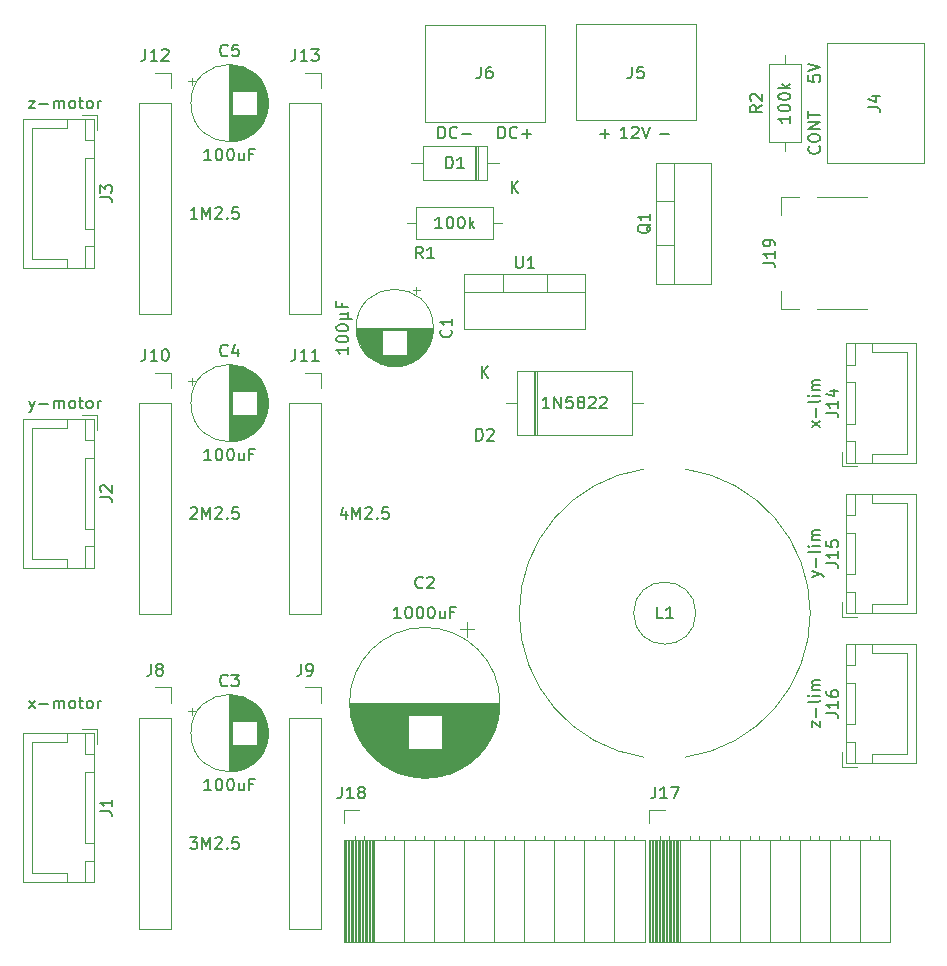
<source format=gbr>
%TF.GenerationSoftware,KiCad,Pcbnew,(6.0.2)*%
%TF.CreationDate,2022-02-25T10:45:33+01:00*%
%TF.ProjectId,CNC_interface,434e435f-696e-4746-9572-666163652e6b,rev?*%
%TF.SameCoordinates,Original*%
%TF.FileFunction,Legend,Top*%
%TF.FilePolarity,Positive*%
%FSLAX46Y46*%
G04 Gerber Fmt 4.6, Leading zero omitted, Abs format (unit mm)*
G04 Created by KiCad (PCBNEW (6.0.2)) date 2022-02-25 10:45:33*
%MOMM*%
%LPD*%
G01*
G04 APERTURE LIST*
%ADD10C,0.150000*%
%ADD11C,0.120000*%
G04 APERTURE END LIST*
D10*
X169799047Y-66111428D02*
X170560952Y-66111428D01*
X116332380Y-63285714D02*
X116856190Y-63285714D01*
X116332380Y-63952380D01*
X116856190Y-63952380D01*
X117237142Y-63571428D02*
X117999047Y-63571428D01*
X118475238Y-63952380D02*
X118475238Y-63285714D01*
X118475238Y-63380952D02*
X118522857Y-63333333D01*
X118618095Y-63285714D01*
X118760952Y-63285714D01*
X118856190Y-63333333D01*
X118903809Y-63428571D01*
X118903809Y-63952380D01*
X118903809Y-63428571D02*
X118951428Y-63333333D01*
X119046666Y-63285714D01*
X119189523Y-63285714D01*
X119284761Y-63333333D01*
X119332380Y-63428571D01*
X119332380Y-63952380D01*
X119951428Y-63952380D02*
X119856190Y-63904761D01*
X119808571Y-63857142D01*
X119760952Y-63761904D01*
X119760952Y-63476190D01*
X119808571Y-63380952D01*
X119856190Y-63333333D01*
X119951428Y-63285714D01*
X120094285Y-63285714D01*
X120189523Y-63333333D01*
X120237142Y-63380952D01*
X120284761Y-63476190D01*
X120284761Y-63761904D01*
X120237142Y-63857142D01*
X120189523Y-63904761D01*
X120094285Y-63952380D01*
X119951428Y-63952380D01*
X120570476Y-63285714D02*
X120951428Y-63285714D01*
X120713333Y-62952380D02*
X120713333Y-63809523D01*
X120760952Y-63904761D01*
X120856190Y-63952380D01*
X120951428Y-63952380D01*
X121427619Y-63952380D02*
X121332380Y-63904761D01*
X121284761Y-63857142D01*
X121237142Y-63761904D01*
X121237142Y-63476190D01*
X121284761Y-63380952D01*
X121332380Y-63333333D01*
X121427619Y-63285714D01*
X121570476Y-63285714D01*
X121665714Y-63333333D01*
X121713333Y-63380952D01*
X121760952Y-63476190D01*
X121760952Y-63761904D01*
X121713333Y-63857142D01*
X121665714Y-63904761D01*
X121570476Y-63952380D01*
X121427619Y-63952380D01*
X122189523Y-63952380D02*
X122189523Y-63285714D01*
X122189523Y-63476190D02*
X122237142Y-63380952D01*
X122284761Y-63333333D01*
X122380000Y-63285714D01*
X122475238Y-63285714D01*
X151019047Y-66492380D02*
X151019047Y-65492380D01*
X151257142Y-65492380D01*
X151400000Y-65540000D01*
X151495238Y-65635238D01*
X151542857Y-65730476D01*
X151590476Y-65920952D01*
X151590476Y-66063809D01*
X151542857Y-66254285D01*
X151495238Y-66349523D01*
X151400000Y-66444761D01*
X151257142Y-66492380D01*
X151019047Y-66492380D01*
X152590476Y-66397142D02*
X152542857Y-66444761D01*
X152400000Y-66492380D01*
X152304761Y-66492380D01*
X152161904Y-66444761D01*
X152066666Y-66349523D01*
X152019047Y-66254285D01*
X151971428Y-66063809D01*
X151971428Y-65920952D01*
X152019047Y-65730476D01*
X152066666Y-65635238D01*
X152161904Y-65540000D01*
X152304761Y-65492380D01*
X152400000Y-65492380D01*
X152542857Y-65540000D01*
X152590476Y-65587619D01*
X153019047Y-66111428D02*
X153780952Y-66111428D01*
X183237142Y-67159047D02*
X183284761Y-67206666D01*
X183332380Y-67349523D01*
X183332380Y-67444761D01*
X183284761Y-67587619D01*
X183189523Y-67682857D01*
X183094285Y-67730476D01*
X182903809Y-67778095D01*
X182760952Y-67778095D01*
X182570476Y-67730476D01*
X182475238Y-67682857D01*
X182380000Y-67587619D01*
X182332380Y-67444761D01*
X182332380Y-67349523D01*
X182380000Y-67206666D01*
X182427619Y-67159047D01*
X182332380Y-66540000D02*
X182332380Y-66349523D01*
X182380000Y-66254285D01*
X182475238Y-66159047D01*
X182665714Y-66111428D01*
X182999047Y-66111428D01*
X183189523Y-66159047D01*
X183284761Y-66254285D01*
X183332380Y-66349523D01*
X183332380Y-66540000D01*
X183284761Y-66635238D01*
X183189523Y-66730476D01*
X182999047Y-66778095D01*
X182665714Y-66778095D01*
X182475238Y-66730476D01*
X182380000Y-66635238D01*
X182332380Y-66540000D01*
X183332380Y-65682857D02*
X182332380Y-65682857D01*
X183332380Y-65111428D01*
X182332380Y-65111428D01*
X182332380Y-64778095D02*
X182332380Y-64206666D01*
X183332380Y-64492380D02*
X182332380Y-64492380D01*
X182665714Y-103623809D02*
X183332380Y-103385714D01*
X182665714Y-103147619D02*
X183332380Y-103385714D01*
X183570476Y-103480952D01*
X183618095Y-103528571D01*
X183665714Y-103623809D01*
X182951428Y-102766666D02*
X182951428Y-102004761D01*
X183332380Y-101385714D02*
X183284761Y-101480952D01*
X183189523Y-101528571D01*
X182332380Y-101528571D01*
X183332380Y-101004761D02*
X182665714Y-101004761D01*
X182332380Y-101004761D02*
X182380000Y-101052380D01*
X182427619Y-101004761D01*
X182380000Y-100957142D01*
X182332380Y-101004761D01*
X182427619Y-101004761D01*
X183332380Y-100528571D02*
X182665714Y-100528571D01*
X182760952Y-100528571D02*
X182713333Y-100480952D01*
X182665714Y-100385714D01*
X182665714Y-100242857D01*
X182713333Y-100147619D01*
X182808571Y-100100000D01*
X183332380Y-100100000D01*
X182808571Y-100100000D02*
X182713333Y-100052380D01*
X182665714Y-99957142D01*
X182665714Y-99814285D01*
X182713333Y-99719047D01*
X182808571Y-99671428D01*
X183332380Y-99671428D01*
X182665714Y-116347619D02*
X182665714Y-115823809D01*
X183332380Y-116347619D01*
X183332380Y-115823809D01*
X182951428Y-115442857D02*
X182951428Y-114680952D01*
X183332380Y-114061904D02*
X183284761Y-114157142D01*
X183189523Y-114204761D01*
X182332380Y-114204761D01*
X183332380Y-113680952D02*
X182665714Y-113680952D01*
X182332380Y-113680952D02*
X182380000Y-113728571D01*
X182427619Y-113680952D01*
X182380000Y-113633333D01*
X182332380Y-113680952D01*
X182427619Y-113680952D01*
X183332380Y-113204761D02*
X182665714Y-113204761D01*
X182760952Y-113204761D02*
X182713333Y-113157142D01*
X182665714Y-113061904D01*
X182665714Y-112919047D01*
X182713333Y-112823809D01*
X182808571Y-112776190D01*
X183332380Y-112776190D01*
X182808571Y-112776190D02*
X182713333Y-112728571D01*
X182665714Y-112633333D01*
X182665714Y-112490476D01*
X182713333Y-112395238D01*
X182808571Y-112347619D01*
X183332380Y-112347619D01*
X183332380Y-90947619D02*
X182665714Y-90423809D01*
X182665714Y-90947619D02*
X183332380Y-90423809D01*
X182951428Y-90042857D02*
X182951428Y-89280952D01*
X183332380Y-88661904D02*
X183284761Y-88757142D01*
X183189523Y-88804761D01*
X182332380Y-88804761D01*
X183332380Y-88280952D02*
X182665714Y-88280952D01*
X182332380Y-88280952D02*
X182380000Y-88328571D01*
X182427619Y-88280952D01*
X182380000Y-88233333D01*
X182332380Y-88280952D01*
X182427619Y-88280952D01*
X183332380Y-87804761D02*
X182665714Y-87804761D01*
X182760952Y-87804761D02*
X182713333Y-87757142D01*
X182665714Y-87661904D01*
X182665714Y-87519047D01*
X182713333Y-87423809D01*
X182808571Y-87376190D01*
X183332380Y-87376190D01*
X182808571Y-87376190D02*
X182713333Y-87328571D01*
X182665714Y-87233333D01*
X182665714Y-87090476D01*
X182713333Y-86995238D01*
X182808571Y-86947619D01*
X183332380Y-86947619D01*
X116356190Y-88685714D02*
X116594285Y-89352380D01*
X116832380Y-88685714D02*
X116594285Y-89352380D01*
X116499047Y-89590476D01*
X116451428Y-89638095D01*
X116356190Y-89685714D01*
X117213333Y-88971428D02*
X117975238Y-88971428D01*
X118451428Y-89352380D02*
X118451428Y-88685714D01*
X118451428Y-88780952D02*
X118499047Y-88733333D01*
X118594285Y-88685714D01*
X118737142Y-88685714D01*
X118832380Y-88733333D01*
X118880000Y-88828571D01*
X118880000Y-89352380D01*
X118880000Y-88828571D02*
X118927619Y-88733333D01*
X119022857Y-88685714D01*
X119165714Y-88685714D01*
X119260952Y-88733333D01*
X119308571Y-88828571D01*
X119308571Y-89352380D01*
X119927619Y-89352380D02*
X119832380Y-89304761D01*
X119784761Y-89257142D01*
X119737142Y-89161904D01*
X119737142Y-88876190D01*
X119784761Y-88780952D01*
X119832380Y-88733333D01*
X119927619Y-88685714D01*
X120070476Y-88685714D01*
X120165714Y-88733333D01*
X120213333Y-88780952D01*
X120260952Y-88876190D01*
X120260952Y-89161904D01*
X120213333Y-89257142D01*
X120165714Y-89304761D01*
X120070476Y-89352380D01*
X119927619Y-89352380D01*
X120546666Y-88685714D02*
X120927619Y-88685714D01*
X120689523Y-88352380D02*
X120689523Y-89209523D01*
X120737142Y-89304761D01*
X120832380Y-89352380D01*
X120927619Y-89352380D01*
X121403809Y-89352380D02*
X121308571Y-89304761D01*
X121260952Y-89257142D01*
X121213333Y-89161904D01*
X121213333Y-88876190D01*
X121260952Y-88780952D01*
X121308571Y-88733333D01*
X121403809Y-88685714D01*
X121546666Y-88685714D01*
X121641904Y-88733333D01*
X121689523Y-88780952D01*
X121737142Y-88876190D01*
X121737142Y-89161904D01*
X121689523Y-89257142D01*
X121641904Y-89304761D01*
X121546666Y-89352380D01*
X121403809Y-89352380D01*
X122165714Y-89352380D02*
X122165714Y-88685714D01*
X122165714Y-88876190D02*
X122213333Y-88780952D01*
X122260952Y-88733333D01*
X122356190Y-88685714D01*
X122451428Y-88685714D01*
X156099047Y-66492380D02*
X156099047Y-65492380D01*
X156337142Y-65492380D01*
X156480000Y-65540000D01*
X156575238Y-65635238D01*
X156622857Y-65730476D01*
X156670476Y-65920952D01*
X156670476Y-66063809D01*
X156622857Y-66254285D01*
X156575238Y-66349523D01*
X156480000Y-66444761D01*
X156337142Y-66492380D01*
X156099047Y-66492380D01*
X157670476Y-66397142D02*
X157622857Y-66444761D01*
X157480000Y-66492380D01*
X157384761Y-66492380D01*
X157241904Y-66444761D01*
X157146666Y-66349523D01*
X157099047Y-66254285D01*
X157051428Y-66063809D01*
X157051428Y-65920952D01*
X157099047Y-65730476D01*
X157146666Y-65635238D01*
X157241904Y-65540000D01*
X157384761Y-65492380D01*
X157480000Y-65492380D01*
X157622857Y-65540000D01*
X157670476Y-65587619D01*
X158099047Y-66111428D02*
X158860952Y-66111428D01*
X158480000Y-66492380D02*
X158480000Y-65730476D01*
X167020952Y-66492380D02*
X166449523Y-66492380D01*
X166735238Y-66492380D02*
X166735238Y-65492380D01*
X166640000Y-65635238D01*
X166544761Y-65730476D01*
X166449523Y-65778095D01*
X167401904Y-65587619D02*
X167449523Y-65540000D01*
X167544761Y-65492380D01*
X167782857Y-65492380D01*
X167878095Y-65540000D01*
X167925714Y-65587619D01*
X167973333Y-65682857D01*
X167973333Y-65778095D01*
X167925714Y-65920952D01*
X167354285Y-66492380D01*
X167973333Y-66492380D01*
X168259047Y-65492380D02*
X168592380Y-66492380D01*
X168925714Y-65492380D01*
X182332380Y-61150476D02*
X182332380Y-61626666D01*
X182808571Y-61674285D01*
X182760952Y-61626666D01*
X182713333Y-61531428D01*
X182713333Y-61293333D01*
X182760952Y-61198095D01*
X182808571Y-61150476D01*
X182903809Y-61102857D01*
X183141904Y-61102857D01*
X183237142Y-61150476D01*
X183284761Y-61198095D01*
X183332380Y-61293333D01*
X183332380Y-61531428D01*
X183284761Y-61626666D01*
X183237142Y-61674285D01*
X182332380Y-60817142D02*
X183332380Y-60483809D01*
X182332380Y-60150476D01*
X164719047Y-66111428D02*
X165480952Y-66111428D01*
X165100000Y-66492380D02*
X165100000Y-65730476D01*
X116332380Y-114752380D02*
X116856190Y-114085714D01*
X116332380Y-114085714D02*
X116856190Y-114752380D01*
X117237142Y-114371428D02*
X117999047Y-114371428D01*
X118475238Y-114752380D02*
X118475238Y-114085714D01*
X118475238Y-114180952D02*
X118522857Y-114133333D01*
X118618095Y-114085714D01*
X118760952Y-114085714D01*
X118856190Y-114133333D01*
X118903809Y-114228571D01*
X118903809Y-114752380D01*
X118903809Y-114228571D02*
X118951428Y-114133333D01*
X119046666Y-114085714D01*
X119189523Y-114085714D01*
X119284761Y-114133333D01*
X119332380Y-114228571D01*
X119332380Y-114752380D01*
X119951428Y-114752380D02*
X119856190Y-114704761D01*
X119808571Y-114657142D01*
X119760952Y-114561904D01*
X119760952Y-114276190D01*
X119808571Y-114180952D01*
X119856190Y-114133333D01*
X119951428Y-114085714D01*
X120094285Y-114085714D01*
X120189523Y-114133333D01*
X120237142Y-114180952D01*
X120284761Y-114276190D01*
X120284761Y-114561904D01*
X120237142Y-114657142D01*
X120189523Y-114704761D01*
X120094285Y-114752380D01*
X119951428Y-114752380D01*
X120570476Y-114085714D02*
X120951428Y-114085714D01*
X120713333Y-113752380D02*
X120713333Y-114609523D01*
X120760952Y-114704761D01*
X120856190Y-114752380D01*
X120951428Y-114752380D01*
X121427619Y-114752380D02*
X121332380Y-114704761D01*
X121284761Y-114657142D01*
X121237142Y-114561904D01*
X121237142Y-114276190D01*
X121284761Y-114180952D01*
X121332380Y-114133333D01*
X121427619Y-114085714D01*
X121570476Y-114085714D01*
X121665714Y-114133333D01*
X121713333Y-114180952D01*
X121760952Y-114276190D01*
X121760952Y-114561904D01*
X121713333Y-114657142D01*
X121665714Y-114704761D01*
X121570476Y-114752380D01*
X121427619Y-114752380D01*
X122189523Y-114752380D02*
X122189523Y-114085714D01*
X122189523Y-114276190D02*
X122237142Y-114180952D01*
X122284761Y-114133333D01*
X122380000Y-114085714D01*
X122475238Y-114085714D01*
%TO.C,2M2.5*%
X130032380Y-97797619D02*
X130080000Y-97750000D01*
X130175238Y-97702380D01*
X130413333Y-97702380D01*
X130508571Y-97750000D01*
X130556190Y-97797619D01*
X130603809Y-97892857D01*
X130603809Y-97988095D01*
X130556190Y-98130952D01*
X129984761Y-98702380D01*
X130603809Y-98702380D01*
X131032380Y-98702380D02*
X131032380Y-97702380D01*
X131365714Y-98416666D01*
X131699047Y-97702380D01*
X131699047Y-98702380D01*
X132127619Y-97797619D02*
X132175238Y-97750000D01*
X132270476Y-97702380D01*
X132508571Y-97702380D01*
X132603809Y-97750000D01*
X132651428Y-97797619D01*
X132699047Y-97892857D01*
X132699047Y-97988095D01*
X132651428Y-98130952D01*
X132080000Y-98702380D01*
X132699047Y-98702380D01*
X133127619Y-98607142D02*
X133175238Y-98654761D01*
X133127619Y-98702380D01*
X133080000Y-98654761D01*
X133127619Y-98607142D01*
X133127619Y-98702380D01*
X134080000Y-97702380D02*
X133603809Y-97702380D01*
X133556190Y-98178571D01*
X133603809Y-98130952D01*
X133699047Y-98083333D01*
X133937142Y-98083333D01*
X134032380Y-98130952D01*
X134080000Y-98178571D01*
X134127619Y-98273809D01*
X134127619Y-98511904D01*
X134080000Y-98607142D01*
X134032380Y-98654761D01*
X133937142Y-98702380D01*
X133699047Y-98702380D01*
X133603809Y-98654761D01*
X133556190Y-98607142D01*
%TO.C,1M2.5*%
X130603809Y-73302380D02*
X130032380Y-73302380D01*
X130318095Y-73302380D02*
X130318095Y-72302380D01*
X130222857Y-72445238D01*
X130127619Y-72540476D01*
X130032380Y-72588095D01*
X131032380Y-73302380D02*
X131032380Y-72302380D01*
X131365714Y-73016666D01*
X131699047Y-72302380D01*
X131699047Y-73302380D01*
X132127619Y-72397619D02*
X132175238Y-72350000D01*
X132270476Y-72302380D01*
X132508571Y-72302380D01*
X132603809Y-72350000D01*
X132651428Y-72397619D01*
X132699047Y-72492857D01*
X132699047Y-72588095D01*
X132651428Y-72730952D01*
X132080000Y-73302380D01*
X132699047Y-73302380D01*
X133127619Y-73207142D02*
X133175238Y-73254761D01*
X133127619Y-73302380D01*
X133080000Y-73254761D01*
X133127619Y-73207142D01*
X133127619Y-73302380D01*
X134080000Y-72302380D02*
X133603809Y-72302380D01*
X133556190Y-72778571D01*
X133603809Y-72730952D01*
X133699047Y-72683333D01*
X133937142Y-72683333D01*
X134032380Y-72730952D01*
X134080000Y-72778571D01*
X134127619Y-72873809D01*
X134127619Y-73111904D01*
X134080000Y-73207142D01*
X134032380Y-73254761D01*
X133937142Y-73302380D01*
X133699047Y-73302380D01*
X133603809Y-73254761D01*
X133556190Y-73207142D01*
%TO.C,3M2.5*%
X129984761Y-125642380D02*
X130603809Y-125642380D01*
X130270476Y-126023333D01*
X130413333Y-126023333D01*
X130508571Y-126070952D01*
X130556190Y-126118571D01*
X130603809Y-126213809D01*
X130603809Y-126451904D01*
X130556190Y-126547142D01*
X130508571Y-126594761D01*
X130413333Y-126642380D01*
X130127619Y-126642380D01*
X130032380Y-126594761D01*
X129984761Y-126547142D01*
X131032380Y-126642380D02*
X131032380Y-125642380D01*
X131365714Y-126356666D01*
X131699047Y-125642380D01*
X131699047Y-126642380D01*
X132127619Y-125737619D02*
X132175238Y-125690000D01*
X132270476Y-125642380D01*
X132508571Y-125642380D01*
X132603809Y-125690000D01*
X132651428Y-125737619D01*
X132699047Y-125832857D01*
X132699047Y-125928095D01*
X132651428Y-126070952D01*
X132080000Y-126642380D01*
X132699047Y-126642380D01*
X133127619Y-126547142D02*
X133175238Y-126594761D01*
X133127619Y-126642380D01*
X133080000Y-126594761D01*
X133127619Y-126547142D01*
X133127619Y-126642380D01*
X134080000Y-125642380D02*
X133603809Y-125642380D01*
X133556190Y-126118571D01*
X133603809Y-126070952D01*
X133699047Y-126023333D01*
X133937142Y-126023333D01*
X134032380Y-126070952D01*
X134080000Y-126118571D01*
X134127619Y-126213809D01*
X134127619Y-126451904D01*
X134080000Y-126547142D01*
X134032380Y-126594761D01*
X133937142Y-126642380D01*
X133699047Y-126642380D01*
X133603809Y-126594761D01*
X133556190Y-126547142D01*
%TO.C,4M2.5*%
X143208571Y-98035714D02*
X143208571Y-98702380D01*
X142970476Y-97654761D02*
X142732380Y-98369047D01*
X143351428Y-98369047D01*
X143732380Y-98702380D02*
X143732380Y-97702380D01*
X144065714Y-98416666D01*
X144399047Y-97702380D01*
X144399047Y-98702380D01*
X144827619Y-97797619D02*
X144875238Y-97750000D01*
X144970476Y-97702380D01*
X145208571Y-97702380D01*
X145303809Y-97750000D01*
X145351428Y-97797619D01*
X145399047Y-97892857D01*
X145399047Y-97988095D01*
X145351428Y-98130952D01*
X144780000Y-98702380D01*
X145399047Y-98702380D01*
X145827619Y-98607142D02*
X145875238Y-98654761D01*
X145827619Y-98702380D01*
X145780000Y-98654761D01*
X145827619Y-98607142D01*
X145827619Y-98702380D01*
X146780000Y-97702380D02*
X146303809Y-97702380D01*
X146256190Y-98178571D01*
X146303809Y-98130952D01*
X146399047Y-98083333D01*
X146637142Y-98083333D01*
X146732380Y-98130952D01*
X146780000Y-98178571D01*
X146827619Y-98273809D01*
X146827619Y-98511904D01*
X146780000Y-98607142D01*
X146732380Y-98654761D01*
X146637142Y-98702380D01*
X146399047Y-98702380D01*
X146303809Y-98654761D01*
X146256190Y-98607142D01*
%TO.C,D1*%
X151661904Y-69032380D02*
X151661904Y-68032380D01*
X151900000Y-68032380D01*
X152042857Y-68080000D01*
X152138095Y-68175238D01*
X152185714Y-68270476D01*
X152233333Y-68460952D01*
X152233333Y-68603809D01*
X152185714Y-68794285D01*
X152138095Y-68889523D01*
X152042857Y-68984761D01*
X151900000Y-69032380D01*
X151661904Y-69032380D01*
X153185714Y-69032380D02*
X152614285Y-69032380D01*
X152900000Y-69032380D02*
X152900000Y-68032380D01*
X152804761Y-68175238D01*
X152709523Y-68270476D01*
X152614285Y-68318095D01*
X157218095Y-71132380D02*
X157218095Y-70132380D01*
X157789523Y-71132380D02*
X157360952Y-70560952D01*
X157789523Y-70132380D02*
X157218095Y-70703809D01*
%TO.C,J1*%
X122382380Y-123463333D02*
X123096666Y-123463333D01*
X123239523Y-123510952D01*
X123334761Y-123606190D01*
X123382380Y-123749047D01*
X123382380Y-123844285D01*
X123382380Y-122463333D02*
X123382380Y-123034761D01*
X123382380Y-122749047D02*
X122382380Y-122749047D01*
X122525238Y-122844285D01*
X122620476Y-122939523D01*
X122668095Y-123034761D01*
%TO.C,J2*%
X122382380Y-96853333D02*
X123096666Y-96853333D01*
X123239523Y-96900952D01*
X123334761Y-96996190D01*
X123382380Y-97139047D01*
X123382380Y-97234285D01*
X122477619Y-96424761D02*
X122430000Y-96377142D01*
X122382380Y-96281904D01*
X122382380Y-96043809D01*
X122430000Y-95948571D01*
X122477619Y-95900952D01*
X122572857Y-95853333D01*
X122668095Y-95853333D01*
X122810952Y-95900952D01*
X123382380Y-96472380D01*
X123382380Y-95853333D01*
%TO.C,J3*%
X122382380Y-71453333D02*
X123096666Y-71453333D01*
X123239523Y-71500952D01*
X123334761Y-71596190D01*
X123382380Y-71739047D01*
X123382380Y-71834285D01*
X122382380Y-71072380D02*
X122382380Y-70453333D01*
X122763333Y-70786666D01*
X122763333Y-70643809D01*
X122810952Y-70548571D01*
X122858571Y-70500952D01*
X122953809Y-70453333D01*
X123191904Y-70453333D01*
X123287142Y-70500952D01*
X123334761Y-70548571D01*
X123382380Y-70643809D01*
X123382380Y-70929523D01*
X123334761Y-71024761D01*
X123287142Y-71072380D01*
%TO.C,J6*%
X154606666Y-60412380D02*
X154606666Y-61126666D01*
X154559047Y-61269523D01*
X154463809Y-61364761D01*
X154320952Y-61412380D01*
X154225714Y-61412380D01*
X155511428Y-60412380D02*
X155320952Y-60412380D01*
X155225714Y-60460000D01*
X155178095Y-60507619D01*
X155082857Y-60650476D01*
X155035238Y-60840952D01*
X155035238Y-61221904D01*
X155082857Y-61317142D01*
X155130476Y-61364761D01*
X155225714Y-61412380D01*
X155416190Y-61412380D01*
X155511428Y-61364761D01*
X155559047Y-61317142D01*
X155606666Y-61221904D01*
X155606666Y-60983809D01*
X155559047Y-60888571D01*
X155511428Y-60840952D01*
X155416190Y-60793333D01*
X155225714Y-60793333D01*
X155130476Y-60840952D01*
X155082857Y-60888571D01*
X155035238Y-60983809D01*
%TO.C,J8*%
X126691666Y-110982380D02*
X126691666Y-111696666D01*
X126644047Y-111839523D01*
X126548809Y-111934761D01*
X126405952Y-111982380D01*
X126310714Y-111982380D01*
X127310714Y-111410952D02*
X127215476Y-111363333D01*
X127167857Y-111315714D01*
X127120238Y-111220476D01*
X127120238Y-111172857D01*
X127167857Y-111077619D01*
X127215476Y-111030000D01*
X127310714Y-110982380D01*
X127501190Y-110982380D01*
X127596428Y-111030000D01*
X127644047Y-111077619D01*
X127691666Y-111172857D01*
X127691666Y-111220476D01*
X127644047Y-111315714D01*
X127596428Y-111363333D01*
X127501190Y-111410952D01*
X127310714Y-111410952D01*
X127215476Y-111458571D01*
X127167857Y-111506190D01*
X127120238Y-111601428D01*
X127120238Y-111791904D01*
X127167857Y-111887142D01*
X127215476Y-111934761D01*
X127310714Y-111982380D01*
X127501190Y-111982380D01*
X127596428Y-111934761D01*
X127644047Y-111887142D01*
X127691666Y-111791904D01*
X127691666Y-111601428D01*
X127644047Y-111506190D01*
X127596428Y-111458571D01*
X127501190Y-111410952D01*
%TO.C,J9*%
X139391666Y-110982380D02*
X139391666Y-111696666D01*
X139344047Y-111839523D01*
X139248809Y-111934761D01*
X139105952Y-111982380D01*
X139010714Y-111982380D01*
X139915476Y-111982380D02*
X140105952Y-111982380D01*
X140201190Y-111934761D01*
X140248809Y-111887142D01*
X140344047Y-111744285D01*
X140391666Y-111553809D01*
X140391666Y-111172857D01*
X140344047Y-111077619D01*
X140296428Y-111030000D01*
X140201190Y-110982380D01*
X140010714Y-110982380D01*
X139915476Y-111030000D01*
X139867857Y-111077619D01*
X139820238Y-111172857D01*
X139820238Y-111410952D01*
X139867857Y-111506190D01*
X139915476Y-111553809D01*
X140010714Y-111601428D01*
X140201190Y-111601428D01*
X140296428Y-111553809D01*
X140344047Y-111506190D01*
X140391666Y-111410952D01*
%TO.C,J10*%
X126215476Y-84327380D02*
X126215476Y-85041666D01*
X126167857Y-85184523D01*
X126072619Y-85279761D01*
X125929761Y-85327380D01*
X125834523Y-85327380D01*
X127215476Y-85327380D02*
X126644047Y-85327380D01*
X126929761Y-85327380D02*
X126929761Y-84327380D01*
X126834523Y-84470238D01*
X126739285Y-84565476D01*
X126644047Y-84613095D01*
X127834523Y-84327380D02*
X127929761Y-84327380D01*
X128025000Y-84375000D01*
X128072619Y-84422619D01*
X128120238Y-84517857D01*
X128167857Y-84708333D01*
X128167857Y-84946428D01*
X128120238Y-85136904D01*
X128072619Y-85232142D01*
X128025000Y-85279761D01*
X127929761Y-85327380D01*
X127834523Y-85327380D01*
X127739285Y-85279761D01*
X127691666Y-85232142D01*
X127644047Y-85136904D01*
X127596428Y-84946428D01*
X127596428Y-84708333D01*
X127644047Y-84517857D01*
X127691666Y-84422619D01*
X127739285Y-84375000D01*
X127834523Y-84327380D01*
%TO.C,J11*%
X138915476Y-84327380D02*
X138915476Y-85041666D01*
X138867857Y-85184523D01*
X138772619Y-85279761D01*
X138629761Y-85327380D01*
X138534523Y-85327380D01*
X139915476Y-85327380D02*
X139344047Y-85327380D01*
X139629761Y-85327380D02*
X139629761Y-84327380D01*
X139534523Y-84470238D01*
X139439285Y-84565476D01*
X139344047Y-84613095D01*
X140867857Y-85327380D02*
X140296428Y-85327380D01*
X140582142Y-85327380D02*
X140582142Y-84327380D01*
X140486904Y-84470238D01*
X140391666Y-84565476D01*
X140296428Y-84613095D01*
%TO.C,J12*%
X126215476Y-58927380D02*
X126215476Y-59641666D01*
X126167857Y-59784523D01*
X126072619Y-59879761D01*
X125929761Y-59927380D01*
X125834523Y-59927380D01*
X127215476Y-59927380D02*
X126644047Y-59927380D01*
X126929761Y-59927380D02*
X126929761Y-58927380D01*
X126834523Y-59070238D01*
X126739285Y-59165476D01*
X126644047Y-59213095D01*
X127596428Y-59022619D02*
X127644047Y-58975000D01*
X127739285Y-58927380D01*
X127977380Y-58927380D01*
X128072619Y-58975000D01*
X128120238Y-59022619D01*
X128167857Y-59117857D01*
X128167857Y-59213095D01*
X128120238Y-59355952D01*
X127548809Y-59927380D01*
X128167857Y-59927380D01*
%TO.C,J13*%
X138915476Y-58927380D02*
X138915476Y-59641666D01*
X138867857Y-59784523D01*
X138772619Y-59879761D01*
X138629761Y-59927380D01*
X138534523Y-59927380D01*
X139915476Y-59927380D02*
X139344047Y-59927380D01*
X139629761Y-59927380D02*
X139629761Y-58927380D01*
X139534523Y-59070238D01*
X139439285Y-59165476D01*
X139344047Y-59213095D01*
X140248809Y-58927380D02*
X140867857Y-58927380D01*
X140534523Y-59308333D01*
X140677380Y-59308333D01*
X140772619Y-59355952D01*
X140820238Y-59403571D01*
X140867857Y-59498809D01*
X140867857Y-59736904D01*
X140820238Y-59832142D01*
X140772619Y-59879761D01*
X140677380Y-59927380D01*
X140391666Y-59927380D01*
X140296428Y-59879761D01*
X140248809Y-59832142D01*
%TO.C,J14*%
X183862380Y-89709523D02*
X184576666Y-89709523D01*
X184719523Y-89757142D01*
X184814761Y-89852380D01*
X184862380Y-89995238D01*
X184862380Y-90090476D01*
X184862380Y-88709523D02*
X184862380Y-89280952D01*
X184862380Y-88995238D02*
X183862380Y-88995238D01*
X184005238Y-89090476D01*
X184100476Y-89185714D01*
X184148095Y-89280952D01*
X184195714Y-87852380D02*
X184862380Y-87852380D01*
X183814761Y-88090476D02*
X184529047Y-88328571D01*
X184529047Y-87709523D01*
%TO.C,J15*%
X183862380Y-102449523D02*
X184576666Y-102449523D01*
X184719523Y-102497142D01*
X184814761Y-102592380D01*
X184862380Y-102735238D01*
X184862380Y-102830476D01*
X184862380Y-101449523D02*
X184862380Y-102020952D01*
X184862380Y-101735238D02*
X183862380Y-101735238D01*
X184005238Y-101830476D01*
X184100476Y-101925714D01*
X184148095Y-102020952D01*
X183862380Y-100544761D02*
X183862380Y-101020952D01*
X184338571Y-101068571D01*
X184290952Y-101020952D01*
X184243333Y-100925714D01*
X184243333Y-100687619D01*
X184290952Y-100592380D01*
X184338571Y-100544761D01*
X184433809Y-100497142D01*
X184671904Y-100497142D01*
X184767142Y-100544761D01*
X184814761Y-100592380D01*
X184862380Y-100687619D01*
X184862380Y-100925714D01*
X184814761Y-101020952D01*
X184767142Y-101068571D01*
%TO.C,J16*%
X183862380Y-115149523D02*
X184576666Y-115149523D01*
X184719523Y-115197142D01*
X184814761Y-115292380D01*
X184862380Y-115435238D01*
X184862380Y-115530476D01*
X184862380Y-114149523D02*
X184862380Y-114720952D01*
X184862380Y-114435238D02*
X183862380Y-114435238D01*
X184005238Y-114530476D01*
X184100476Y-114625714D01*
X184148095Y-114720952D01*
X183862380Y-113292380D02*
X183862380Y-113482857D01*
X183910000Y-113578095D01*
X183957619Y-113625714D01*
X184100476Y-113720952D01*
X184290952Y-113768571D01*
X184671904Y-113768571D01*
X184767142Y-113720952D01*
X184814761Y-113673333D01*
X184862380Y-113578095D01*
X184862380Y-113387619D01*
X184814761Y-113292380D01*
X184767142Y-113244761D01*
X184671904Y-113197142D01*
X184433809Y-113197142D01*
X184338571Y-113244761D01*
X184290952Y-113292380D01*
X184243333Y-113387619D01*
X184243333Y-113578095D01*
X184290952Y-113673333D01*
X184338571Y-113720952D01*
X184433809Y-113768571D01*
%TO.C,Q1*%
X168997619Y-73755238D02*
X168950000Y-73850476D01*
X168854761Y-73945714D01*
X168711904Y-74088571D01*
X168664285Y-74183809D01*
X168664285Y-74279047D01*
X168902380Y-74231428D02*
X168854761Y-74326666D01*
X168759523Y-74421904D01*
X168569047Y-74469523D01*
X168235714Y-74469523D01*
X168045238Y-74421904D01*
X167950000Y-74326666D01*
X167902380Y-74231428D01*
X167902380Y-74040952D01*
X167950000Y-73945714D01*
X168045238Y-73850476D01*
X168235714Y-73802857D01*
X168569047Y-73802857D01*
X168759523Y-73850476D01*
X168854761Y-73945714D01*
X168902380Y-74040952D01*
X168902380Y-74231428D01*
X168902380Y-72850476D02*
X168902380Y-73421904D01*
X168902380Y-73136190D02*
X167902380Y-73136190D01*
X168045238Y-73231428D01*
X168140476Y-73326666D01*
X168188095Y-73421904D01*
%TO.C,J5*%
X167401666Y-60412380D02*
X167401666Y-61126666D01*
X167354047Y-61269523D01*
X167258809Y-61364761D01*
X167115952Y-61412380D01*
X167020714Y-61412380D01*
X168354047Y-60412380D02*
X167877857Y-60412380D01*
X167830238Y-60888571D01*
X167877857Y-60840952D01*
X167973095Y-60793333D01*
X168211190Y-60793333D01*
X168306428Y-60840952D01*
X168354047Y-60888571D01*
X168401666Y-60983809D01*
X168401666Y-61221904D01*
X168354047Y-61317142D01*
X168306428Y-61364761D01*
X168211190Y-61412380D01*
X167973095Y-61412380D01*
X167877857Y-61364761D01*
X167830238Y-61317142D01*
%TO.C,J18*%
X142845476Y-121372380D02*
X142845476Y-122086666D01*
X142797857Y-122229523D01*
X142702619Y-122324761D01*
X142559761Y-122372380D01*
X142464523Y-122372380D01*
X143845476Y-122372380D02*
X143274047Y-122372380D01*
X143559761Y-122372380D02*
X143559761Y-121372380D01*
X143464523Y-121515238D01*
X143369285Y-121610476D01*
X143274047Y-121658095D01*
X144416904Y-121800952D02*
X144321666Y-121753333D01*
X144274047Y-121705714D01*
X144226428Y-121610476D01*
X144226428Y-121562857D01*
X144274047Y-121467619D01*
X144321666Y-121420000D01*
X144416904Y-121372380D01*
X144607380Y-121372380D01*
X144702619Y-121420000D01*
X144750238Y-121467619D01*
X144797857Y-121562857D01*
X144797857Y-121610476D01*
X144750238Y-121705714D01*
X144702619Y-121753333D01*
X144607380Y-121800952D01*
X144416904Y-121800952D01*
X144321666Y-121848571D01*
X144274047Y-121896190D01*
X144226428Y-121991428D01*
X144226428Y-122181904D01*
X144274047Y-122277142D01*
X144321666Y-122324761D01*
X144416904Y-122372380D01*
X144607380Y-122372380D01*
X144702619Y-122324761D01*
X144750238Y-122277142D01*
X144797857Y-122181904D01*
X144797857Y-121991428D01*
X144750238Y-121896190D01*
X144702619Y-121848571D01*
X144607380Y-121800952D01*
%TO.C,C4*%
X133163333Y-84857142D02*
X133115714Y-84904761D01*
X132972857Y-84952380D01*
X132877619Y-84952380D01*
X132734761Y-84904761D01*
X132639523Y-84809523D01*
X132591904Y-84714285D01*
X132544285Y-84523809D01*
X132544285Y-84380952D01*
X132591904Y-84190476D01*
X132639523Y-84095238D01*
X132734761Y-84000000D01*
X132877619Y-83952380D01*
X132972857Y-83952380D01*
X133115714Y-84000000D01*
X133163333Y-84047619D01*
X134020476Y-84285714D02*
X134020476Y-84952380D01*
X133782380Y-83904761D02*
X133544285Y-84619047D01*
X134163333Y-84619047D01*
X131782380Y-93752380D02*
X131210952Y-93752380D01*
X131496666Y-93752380D02*
X131496666Y-92752380D01*
X131401428Y-92895238D01*
X131306190Y-92990476D01*
X131210952Y-93038095D01*
X132401428Y-92752380D02*
X132496666Y-92752380D01*
X132591904Y-92800000D01*
X132639523Y-92847619D01*
X132687142Y-92942857D01*
X132734761Y-93133333D01*
X132734761Y-93371428D01*
X132687142Y-93561904D01*
X132639523Y-93657142D01*
X132591904Y-93704761D01*
X132496666Y-93752380D01*
X132401428Y-93752380D01*
X132306190Y-93704761D01*
X132258571Y-93657142D01*
X132210952Y-93561904D01*
X132163333Y-93371428D01*
X132163333Y-93133333D01*
X132210952Y-92942857D01*
X132258571Y-92847619D01*
X132306190Y-92800000D01*
X132401428Y-92752380D01*
X133353809Y-92752380D02*
X133449047Y-92752380D01*
X133544285Y-92800000D01*
X133591904Y-92847619D01*
X133639523Y-92942857D01*
X133687142Y-93133333D01*
X133687142Y-93371428D01*
X133639523Y-93561904D01*
X133591904Y-93657142D01*
X133544285Y-93704761D01*
X133449047Y-93752380D01*
X133353809Y-93752380D01*
X133258571Y-93704761D01*
X133210952Y-93657142D01*
X133163333Y-93561904D01*
X133115714Y-93371428D01*
X133115714Y-93133333D01*
X133163333Y-92942857D01*
X133210952Y-92847619D01*
X133258571Y-92800000D01*
X133353809Y-92752380D01*
X134544285Y-93085714D02*
X134544285Y-93752380D01*
X134115714Y-93085714D02*
X134115714Y-93609523D01*
X134163333Y-93704761D01*
X134258571Y-93752380D01*
X134401428Y-93752380D01*
X134496666Y-93704761D01*
X134544285Y-93657142D01*
X135353809Y-93228571D02*
X135020476Y-93228571D01*
X135020476Y-93752380D02*
X135020476Y-92752380D01*
X135496666Y-92752380D01*
%TO.C,J17*%
X169370476Y-121372380D02*
X169370476Y-122086666D01*
X169322857Y-122229523D01*
X169227619Y-122324761D01*
X169084761Y-122372380D01*
X168989523Y-122372380D01*
X170370476Y-122372380D02*
X169799047Y-122372380D01*
X170084761Y-122372380D02*
X170084761Y-121372380D01*
X169989523Y-121515238D01*
X169894285Y-121610476D01*
X169799047Y-121658095D01*
X170703809Y-121372380D02*
X171370476Y-121372380D01*
X170941904Y-122372380D01*
%TO.C,U1*%
X157578095Y-76462380D02*
X157578095Y-77271904D01*
X157625714Y-77367142D01*
X157673333Y-77414761D01*
X157768571Y-77462380D01*
X157959047Y-77462380D01*
X158054285Y-77414761D01*
X158101904Y-77367142D01*
X158149523Y-77271904D01*
X158149523Y-76462380D01*
X159149523Y-77462380D02*
X158578095Y-77462380D01*
X158863809Y-77462380D02*
X158863809Y-76462380D01*
X158768571Y-76605238D01*
X158673333Y-76700476D01*
X158578095Y-76748095D01*
%TO.C,C3*%
X133163333Y-112797142D02*
X133115714Y-112844761D01*
X132972857Y-112892380D01*
X132877619Y-112892380D01*
X132734761Y-112844761D01*
X132639523Y-112749523D01*
X132591904Y-112654285D01*
X132544285Y-112463809D01*
X132544285Y-112320952D01*
X132591904Y-112130476D01*
X132639523Y-112035238D01*
X132734761Y-111940000D01*
X132877619Y-111892380D01*
X132972857Y-111892380D01*
X133115714Y-111940000D01*
X133163333Y-111987619D01*
X133496666Y-111892380D02*
X134115714Y-111892380D01*
X133782380Y-112273333D01*
X133925238Y-112273333D01*
X134020476Y-112320952D01*
X134068095Y-112368571D01*
X134115714Y-112463809D01*
X134115714Y-112701904D01*
X134068095Y-112797142D01*
X134020476Y-112844761D01*
X133925238Y-112892380D01*
X133639523Y-112892380D01*
X133544285Y-112844761D01*
X133496666Y-112797142D01*
X131782380Y-121692380D02*
X131210952Y-121692380D01*
X131496666Y-121692380D02*
X131496666Y-120692380D01*
X131401428Y-120835238D01*
X131306190Y-120930476D01*
X131210952Y-120978095D01*
X132401428Y-120692380D02*
X132496666Y-120692380D01*
X132591904Y-120740000D01*
X132639523Y-120787619D01*
X132687142Y-120882857D01*
X132734761Y-121073333D01*
X132734761Y-121311428D01*
X132687142Y-121501904D01*
X132639523Y-121597142D01*
X132591904Y-121644761D01*
X132496666Y-121692380D01*
X132401428Y-121692380D01*
X132306190Y-121644761D01*
X132258571Y-121597142D01*
X132210952Y-121501904D01*
X132163333Y-121311428D01*
X132163333Y-121073333D01*
X132210952Y-120882857D01*
X132258571Y-120787619D01*
X132306190Y-120740000D01*
X132401428Y-120692380D01*
X133353809Y-120692380D02*
X133449047Y-120692380D01*
X133544285Y-120740000D01*
X133591904Y-120787619D01*
X133639523Y-120882857D01*
X133687142Y-121073333D01*
X133687142Y-121311428D01*
X133639523Y-121501904D01*
X133591904Y-121597142D01*
X133544285Y-121644761D01*
X133449047Y-121692380D01*
X133353809Y-121692380D01*
X133258571Y-121644761D01*
X133210952Y-121597142D01*
X133163333Y-121501904D01*
X133115714Y-121311428D01*
X133115714Y-121073333D01*
X133163333Y-120882857D01*
X133210952Y-120787619D01*
X133258571Y-120740000D01*
X133353809Y-120692380D01*
X134544285Y-121025714D02*
X134544285Y-121692380D01*
X134115714Y-121025714D02*
X134115714Y-121549523D01*
X134163333Y-121644761D01*
X134258571Y-121692380D01*
X134401428Y-121692380D01*
X134496666Y-121644761D01*
X134544285Y-121597142D01*
X135353809Y-121168571D02*
X135020476Y-121168571D01*
X135020476Y-121692380D02*
X135020476Y-120692380D01*
X135496666Y-120692380D01*
%TO.C,C2*%
X149693333Y-104497142D02*
X149645714Y-104544761D01*
X149502857Y-104592380D01*
X149407619Y-104592380D01*
X149264761Y-104544761D01*
X149169523Y-104449523D01*
X149121904Y-104354285D01*
X149074285Y-104163809D01*
X149074285Y-104020952D01*
X149121904Y-103830476D01*
X149169523Y-103735238D01*
X149264761Y-103640000D01*
X149407619Y-103592380D01*
X149502857Y-103592380D01*
X149645714Y-103640000D01*
X149693333Y-103687619D01*
X150074285Y-103687619D02*
X150121904Y-103640000D01*
X150217142Y-103592380D01*
X150455238Y-103592380D01*
X150550476Y-103640000D01*
X150598095Y-103687619D01*
X150645714Y-103782857D01*
X150645714Y-103878095D01*
X150598095Y-104020952D01*
X150026666Y-104592380D01*
X150645714Y-104592380D01*
X147836190Y-107132380D02*
X147264761Y-107132380D01*
X147550476Y-107132380D02*
X147550476Y-106132380D01*
X147455238Y-106275238D01*
X147360000Y-106370476D01*
X147264761Y-106418095D01*
X148455238Y-106132380D02*
X148550476Y-106132380D01*
X148645714Y-106180000D01*
X148693333Y-106227619D01*
X148740952Y-106322857D01*
X148788571Y-106513333D01*
X148788571Y-106751428D01*
X148740952Y-106941904D01*
X148693333Y-107037142D01*
X148645714Y-107084761D01*
X148550476Y-107132380D01*
X148455238Y-107132380D01*
X148360000Y-107084761D01*
X148312380Y-107037142D01*
X148264761Y-106941904D01*
X148217142Y-106751428D01*
X148217142Y-106513333D01*
X148264761Y-106322857D01*
X148312380Y-106227619D01*
X148360000Y-106180000D01*
X148455238Y-106132380D01*
X149407619Y-106132380D02*
X149502857Y-106132380D01*
X149598095Y-106180000D01*
X149645714Y-106227619D01*
X149693333Y-106322857D01*
X149740952Y-106513333D01*
X149740952Y-106751428D01*
X149693333Y-106941904D01*
X149645714Y-107037142D01*
X149598095Y-107084761D01*
X149502857Y-107132380D01*
X149407619Y-107132380D01*
X149312380Y-107084761D01*
X149264761Y-107037142D01*
X149217142Y-106941904D01*
X149169523Y-106751428D01*
X149169523Y-106513333D01*
X149217142Y-106322857D01*
X149264761Y-106227619D01*
X149312380Y-106180000D01*
X149407619Y-106132380D01*
X150360000Y-106132380D02*
X150455238Y-106132380D01*
X150550476Y-106180000D01*
X150598095Y-106227619D01*
X150645714Y-106322857D01*
X150693333Y-106513333D01*
X150693333Y-106751428D01*
X150645714Y-106941904D01*
X150598095Y-107037142D01*
X150550476Y-107084761D01*
X150455238Y-107132380D01*
X150360000Y-107132380D01*
X150264761Y-107084761D01*
X150217142Y-107037142D01*
X150169523Y-106941904D01*
X150121904Y-106751428D01*
X150121904Y-106513333D01*
X150169523Y-106322857D01*
X150217142Y-106227619D01*
X150264761Y-106180000D01*
X150360000Y-106132380D01*
X151550476Y-106465714D02*
X151550476Y-107132380D01*
X151121904Y-106465714D02*
X151121904Y-106989523D01*
X151169523Y-107084761D01*
X151264761Y-107132380D01*
X151407619Y-107132380D01*
X151502857Y-107084761D01*
X151550476Y-107037142D01*
X152360000Y-106608571D02*
X152026666Y-106608571D01*
X152026666Y-107132380D02*
X152026666Y-106132380D01*
X152502857Y-106132380D01*
%TO.C,D2*%
X154201904Y-92072380D02*
X154201904Y-91072380D01*
X154440000Y-91072380D01*
X154582857Y-91120000D01*
X154678095Y-91215238D01*
X154725714Y-91310476D01*
X154773333Y-91500952D01*
X154773333Y-91643809D01*
X154725714Y-91834285D01*
X154678095Y-91929523D01*
X154582857Y-92024761D01*
X154440000Y-92072380D01*
X154201904Y-92072380D01*
X155154285Y-91167619D02*
X155201904Y-91120000D01*
X155297142Y-91072380D01*
X155535238Y-91072380D01*
X155630476Y-91120000D01*
X155678095Y-91167619D01*
X155725714Y-91262857D01*
X155725714Y-91358095D01*
X155678095Y-91500952D01*
X155106666Y-92072380D01*
X155725714Y-92072380D01*
X160417142Y-89352380D02*
X159845714Y-89352380D01*
X160131428Y-89352380D02*
X160131428Y-88352380D01*
X160036190Y-88495238D01*
X159940952Y-88590476D01*
X159845714Y-88638095D01*
X160845714Y-89352380D02*
X160845714Y-88352380D01*
X161417142Y-89352380D01*
X161417142Y-88352380D01*
X162369523Y-88352380D02*
X161893333Y-88352380D01*
X161845714Y-88828571D01*
X161893333Y-88780952D01*
X161988571Y-88733333D01*
X162226666Y-88733333D01*
X162321904Y-88780952D01*
X162369523Y-88828571D01*
X162417142Y-88923809D01*
X162417142Y-89161904D01*
X162369523Y-89257142D01*
X162321904Y-89304761D01*
X162226666Y-89352380D01*
X161988571Y-89352380D01*
X161893333Y-89304761D01*
X161845714Y-89257142D01*
X162988571Y-88780952D02*
X162893333Y-88733333D01*
X162845714Y-88685714D01*
X162798095Y-88590476D01*
X162798095Y-88542857D01*
X162845714Y-88447619D01*
X162893333Y-88400000D01*
X162988571Y-88352380D01*
X163179047Y-88352380D01*
X163274285Y-88400000D01*
X163321904Y-88447619D01*
X163369523Y-88542857D01*
X163369523Y-88590476D01*
X163321904Y-88685714D01*
X163274285Y-88733333D01*
X163179047Y-88780952D01*
X162988571Y-88780952D01*
X162893333Y-88828571D01*
X162845714Y-88876190D01*
X162798095Y-88971428D01*
X162798095Y-89161904D01*
X162845714Y-89257142D01*
X162893333Y-89304761D01*
X162988571Y-89352380D01*
X163179047Y-89352380D01*
X163274285Y-89304761D01*
X163321904Y-89257142D01*
X163369523Y-89161904D01*
X163369523Y-88971428D01*
X163321904Y-88876190D01*
X163274285Y-88828571D01*
X163179047Y-88780952D01*
X163750476Y-88447619D02*
X163798095Y-88400000D01*
X163893333Y-88352380D01*
X164131428Y-88352380D01*
X164226666Y-88400000D01*
X164274285Y-88447619D01*
X164321904Y-88542857D01*
X164321904Y-88638095D01*
X164274285Y-88780952D01*
X163702857Y-89352380D01*
X164321904Y-89352380D01*
X164702857Y-88447619D02*
X164750476Y-88400000D01*
X164845714Y-88352380D01*
X165083809Y-88352380D01*
X165179047Y-88400000D01*
X165226666Y-88447619D01*
X165274285Y-88542857D01*
X165274285Y-88638095D01*
X165226666Y-88780952D01*
X164655238Y-89352380D01*
X165274285Y-89352380D01*
X154678095Y-86752380D02*
X154678095Y-85752380D01*
X155249523Y-86752380D02*
X154820952Y-86180952D01*
X155249523Y-85752380D02*
X154678095Y-86323809D01*
%TO.C,R1*%
X149693333Y-76652380D02*
X149360000Y-76176190D01*
X149121904Y-76652380D02*
X149121904Y-75652380D01*
X149502857Y-75652380D01*
X149598095Y-75700000D01*
X149645714Y-75747619D01*
X149693333Y-75842857D01*
X149693333Y-75985714D01*
X149645714Y-76080952D01*
X149598095Y-76128571D01*
X149502857Y-76176190D01*
X149121904Y-76176190D01*
X150645714Y-76652380D02*
X150074285Y-76652380D01*
X150360000Y-76652380D02*
X150360000Y-75652380D01*
X150264761Y-75795238D01*
X150169523Y-75890476D01*
X150074285Y-75938095D01*
X151328571Y-74112380D02*
X150757142Y-74112380D01*
X151042857Y-74112380D02*
X151042857Y-73112380D01*
X150947619Y-73255238D01*
X150852380Y-73350476D01*
X150757142Y-73398095D01*
X151947619Y-73112380D02*
X152042857Y-73112380D01*
X152138095Y-73160000D01*
X152185714Y-73207619D01*
X152233333Y-73302857D01*
X152280952Y-73493333D01*
X152280952Y-73731428D01*
X152233333Y-73921904D01*
X152185714Y-74017142D01*
X152138095Y-74064761D01*
X152042857Y-74112380D01*
X151947619Y-74112380D01*
X151852380Y-74064761D01*
X151804761Y-74017142D01*
X151757142Y-73921904D01*
X151709523Y-73731428D01*
X151709523Y-73493333D01*
X151757142Y-73302857D01*
X151804761Y-73207619D01*
X151852380Y-73160000D01*
X151947619Y-73112380D01*
X152900000Y-73112380D02*
X152995238Y-73112380D01*
X153090476Y-73160000D01*
X153138095Y-73207619D01*
X153185714Y-73302857D01*
X153233333Y-73493333D01*
X153233333Y-73731428D01*
X153185714Y-73921904D01*
X153138095Y-74017142D01*
X153090476Y-74064761D01*
X152995238Y-74112380D01*
X152900000Y-74112380D01*
X152804761Y-74064761D01*
X152757142Y-74017142D01*
X152709523Y-73921904D01*
X152661904Y-73731428D01*
X152661904Y-73493333D01*
X152709523Y-73302857D01*
X152757142Y-73207619D01*
X152804761Y-73160000D01*
X152900000Y-73112380D01*
X153661904Y-74112380D02*
X153661904Y-73112380D01*
X153757142Y-73731428D02*
X154042857Y-74112380D01*
X154042857Y-73445714D02*
X153661904Y-73826666D01*
%TO.C,C5*%
X133163333Y-59457142D02*
X133115714Y-59504761D01*
X132972857Y-59552380D01*
X132877619Y-59552380D01*
X132734761Y-59504761D01*
X132639523Y-59409523D01*
X132591904Y-59314285D01*
X132544285Y-59123809D01*
X132544285Y-58980952D01*
X132591904Y-58790476D01*
X132639523Y-58695238D01*
X132734761Y-58600000D01*
X132877619Y-58552380D01*
X132972857Y-58552380D01*
X133115714Y-58600000D01*
X133163333Y-58647619D01*
X134068095Y-58552380D02*
X133591904Y-58552380D01*
X133544285Y-59028571D01*
X133591904Y-58980952D01*
X133687142Y-58933333D01*
X133925238Y-58933333D01*
X134020476Y-58980952D01*
X134068095Y-59028571D01*
X134115714Y-59123809D01*
X134115714Y-59361904D01*
X134068095Y-59457142D01*
X134020476Y-59504761D01*
X133925238Y-59552380D01*
X133687142Y-59552380D01*
X133591904Y-59504761D01*
X133544285Y-59457142D01*
X131782380Y-68352380D02*
X131210952Y-68352380D01*
X131496666Y-68352380D02*
X131496666Y-67352380D01*
X131401428Y-67495238D01*
X131306190Y-67590476D01*
X131210952Y-67638095D01*
X132401428Y-67352380D02*
X132496666Y-67352380D01*
X132591904Y-67400000D01*
X132639523Y-67447619D01*
X132687142Y-67542857D01*
X132734761Y-67733333D01*
X132734761Y-67971428D01*
X132687142Y-68161904D01*
X132639523Y-68257142D01*
X132591904Y-68304761D01*
X132496666Y-68352380D01*
X132401428Y-68352380D01*
X132306190Y-68304761D01*
X132258571Y-68257142D01*
X132210952Y-68161904D01*
X132163333Y-67971428D01*
X132163333Y-67733333D01*
X132210952Y-67542857D01*
X132258571Y-67447619D01*
X132306190Y-67400000D01*
X132401428Y-67352380D01*
X133353809Y-67352380D02*
X133449047Y-67352380D01*
X133544285Y-67400000D01*
X133591904Y-67447619D01*
X133639523Y-67542857D01*
X133687142Y-67733333D01*
X133687142Y-67971428D01*
X133639523Y-68161904D01*
X133591904Y-68257142D01*
X133544285Y-68304761D01*
X133449047Y-68352380D01*
X133353809Y-68352380D01*
X133258571Y-68304761D01*
X133210952Y-68257142D01*
X133163333Y-68161904D01*
X133115714Y-67971428D01*
X133115714Y-67733333D01*
X133163333Y-67542857D01*
X133210952Y-67447619D01*
X133258571Y-67400000D01*
X133353809Y-67352380D01*
X134544285Y-67685714D02*
X134544285Y-68352380D01*
X134115714Y-67685714D02*
X134115714Y-68209523D01*
X134163333Y-68304761D01*
X134258571Y-68352380D01*
X134401428Y-68352380D01*
X134496666Y-68304761D01*
X134544285Y-68257142D01*
X135353809Y-67828571D02*
X135020476Y-67828571D01*
X135020476Y-68352380D02*
X135020476Y-67352380D01*
X135496666Y-67352380D01*
%TO.C,C1*%
X152077142Y-82696666D02*
X152124761Y-82744285D01*
X152172380Y-82887142D01*
X152172380Y-82982380D01*
X152124761Y-83125238D01*
X152029523Y-83220476D01*
X151934285Y-83268095D01*
X151743809Y-83315714D01*
X151600952Y-83315714D01*
X151410476Y-83268095D01*
X151315238Y-83220476D01*
X151220000Y-83125238D01*
X151172380Y-82982380D01*
X151172380Y-82887142D01*
X151220000Y-82744285D01*
X151267619Y-82696666D01*
X152172380Y-81744285D02*
X152172380Y-82315714D01*
X152172380Y-82030000D02*
X151172380Y-82030000D01*
X151315238Y-82125238D01*
X151410476Y-82220476D01*
X151458095Y-82315714D01*
X143372380Y-84149047D02*
X143372380Y-84720476D01*
X143372380Y-84434761D02*
X142372380Y-84434761D01*
X142515238Y-84530000D01*
X142610476Y-84625238D01*
X142658095Y-84720476D01*
X142372380Y-83530000D02*
X142372380Y-83434761D01*
X142420000Y-83339523D01*
X142467619Y-83291904D01*
X142562857Y-83244285D01*
X142753333Y-83196666D01*
X142991428Y-83196666D01*
X143181904Y-83244285D01*
X143277142Y-83291904D01*
X143324761Y-83339523D01*
X143372380Y-83434761D01*
X143372380Y-83530000D01*
X143324761Y-83625238D01*
X143277142Y-83672857D01*
X143181904Y-83720476D01*
X142991428Y-83768095D01*
X142753333Y-83768095D01*
X142562857Y-83720476D01*
X142467619Y-83672857D01*
X142420000Y-83625238D01*
X142372380Y-83530000D01*
X142372380Y-82577619D02*
X142372380Y-82482380D01*
X142420000Y-82387142D01*
X142467619Y-82339523D01*
X142562857Y-82291904D01*
X142753333Y-82244285D01*
X142991428Y-82244285D01*
X143181904Y-82291904D01*
X143277142Y-82339523D01*
X143324761Y-82387142D01*
X143372380Y-82482380D01*
X143372380Y-82577619D01*
X143324761Y-82672857D01*
X143277142Y-82720476D01*
X143181904Y-82768095D01*
X142991428Y-82815714D01*
X142753333Y-82815714D01*
X142562857Y-82768095D01*
X142467619Y-82720476D01*
X142420000Y-82672857D01*
X142372380Y-82577619D01*
X142705714Y-81815714D02*
X143705714Y-81815714D01*
X143229523Y-81339523D02*
X143324761Y-81291904D01*
X143372380Y-81196666D01*
X143229523Y-81815714D02*
X143324761Y-81768095D01*
X143372380Y-81672857D01*
X143372380Y-81482380D01*
X143324761Y-81387142D01*
X143229523Y-81339523D01*
X142705714Y-81339523D01*
X142848571Y-80434761D02*
X142848571Y-80768095D01*
X143372380Y-80768095D02*
X142372380Y-80768095D01*
X142372380Y-80291904D01*
%TO.C,J19*%
X178512380Y-77009523D02*
X179226666Y-77009523D01*
X179369523Y-77057142D01*
X179464761Y-77152380D01*
X179512380Y-77295238D01*
X179512380Y-77390476D01*
X179512380Y-76009523D02*
X179512380Y-76580952D01*
X179512380Y-76295238D02*
X178512380Y-76295238D01*
X178655238Y-76390476D01*
X178750476Y-76485714D01*
X178798095Y-76580952D01*
X179512380Y-75533333D02*
X179512380Y-75342857D01*
X179464761Y-75247619D01*
X179417142Y-75200000D01*
X179274285Y-75104761D01*
X179083809Y-75057142D01*
X178702857Y-75057142D01*
X178607619Y-75104761D01*
X178560000Y-75152380D01*
X178512380Y-75247619D01*
X178512380Y-75438095D01*
X178560000Y-75533333D01*
X178607619Y-75580952D01*
X178702857Y-75628571D01*
X178940952Y-75628571D01*
X179036190Y-75580952D01*
X179083809Y-75533333D01*
X179131428Y-75438095D01*
X179131428Y-75247619D01*
X179083809Y-75152380D01*
X179036190Y-75104761D01*
X178940952Y-75057142D01*
%TO.C,R2*%
X178422380Y-63666666D02*
X177946190Y-64000000D01*
X178422380Y-64238095D02*
X177422380Y-64238095D01*
X177422380Y-63857142D01*
X177470000Y-63761904D01*
X177517619Y-63714285D01*
X177612857Y-63666666D01*
X177755714Y-63666666D01*
X177850952Y-63714285D01*
X177898571Y-63761904D01*
X177946190Y-63857142D01*
X177946190Y-64238095D01*
X177517619Y-63285714D02*
X177470000Y-63238095D01*
X177422380Y-63142857D01*
X177422380Y-62904761D01*
X177470000Y-62809523D01*
X177517619Y-62761904D01*
X177612857Y-62714285D01*
X177708095Y-62714285D01*
X177850952Y-62761904D01*
X178422380Y-63333333D01*
X178422380Y-62714285D01*
X180792380Y-64571428D02*
X180792380Y-65142857D01*
X180792380Y-64857142D02*
X179792380Y-64857142D01*
X179935238Y-64952380D01*
X180030476Y-65047619D01*
X180078095Y-65142857D01*
X179792380Y-63952380D02*
X179792380Y-63857142D01*
X179840000Y-63761904D01*
X179887619Y-63714285D01*
X179982857Y-63666666D01*
X180173333Y-63619047D01*
X180411428Y-63619047D01*
X180601904Y-63666666D01*
X180697142Y-63714285D01*
X180744761Y-63761904D01*
X180792380Y-63857142D01*
X180792380Y-63952380D01*
X180744761Y-64047619D01*
X180697142Y-64095238D01*
X180601904Y-64142857D01*
X180411428Y-64190476D01*
X180173333Y-64190476D01*
X179982857Y-64142857D01*
X179887619Y-64095238D01*
X179840000Y-64047619D01*
X179792380Y-63952380D01*
X179792380Y-63000000D02*
X179792380Y-62904761D01*
X179840000Y-62809523D01*
X179887619Y-62761904D01*
X179982857Y-62714285D01*
X180173333Y-62666666D01*
X180411428Y-62666666D01*
X180601904Y-62714285D01*
X180697142Y-62761904D01*
X180744761Y-62809523D01*
X180792380Y-62904761D01*
X180792380Y-63000000D01*
X180744761Y-63095238D01*
X180697142Y-63142857D01*
X180601904Y-63190476D01*
X180411428Y-63238095D01*
X180173333Y-63238095D01*
X179982857Y-63190476D01*
X179887619Y-63142857D01*
X179840000Y-63095238D01*
X179792380Y-63000000D01*
X180792380Y-62238095D02*
X179792380Y-62238095D01*
X180411428Y-62142857D02*
X180792380Y-61857142D01*
X180125714Y-61857142D02*
X180506666Y-62238095D01*
%TO.C,J4*%
X187412380Y-63833333D02*
X188126666Y-63833333D01*
X188269523Y-63880952D01*
X188364761Y-63976190D01*
X188412380Y-64119047D01*
X188412380Y-64214285D01*
X187745714Y-62928571D02*
X188412380Y-62928571D01*
X187364761Y-63166666D02*
X188079047Y-63404761D01*
X188079047Y-62785714D01*
%TO.C,L1*%
X170013333Y-107132380D02*
X169537142Y-107132380D01*
X169537142Y-106132380D01*
X170870476Y-107132380D02*
X170299047Y-107132380D01*
X170584761Y-107132380D02*
X170584761Y-106132380D01*
X170489523Y-106275238D01*
X170394285Y-106370476D01*
X170299047Y-106418095D01*
D11*
%TO.C,D1*%
X154100000Y-70050000D02*
X154100000Y-67110000D01*
X148660000Y-68580000D02*
X149680000Y-68580000D01*
X149680000Y-70050000D02*
X155120000Y-70050000D01*
X155120000Y-67110000D02*
X149680000Y-67110000D01*
X155120000Y-70050000D02*
X155120000Y-67110000D01*
X154220000Y-70050000D02*
X154220000Y-67110000D01*
X154340000Y-70050000D02*
X154340000Y-67110000D01*
X156140000Y-68580000D02*
X155120000Y-68580000D01*
X149680000Y-67110000D02*
X149680000Y-70050000D01*
%TO.C,J1*%
X121080000Y-118630000D02*
X121830000Y-118630000D01*
X121840000Y-129440000D02*
X121840000Y-116820000D01*
X121080000Y-120130000D02*
X121080000Y-126130000D01*
X119580000Y-116830000D02*
X119580000Y-117580000D01*
X121080000Y-126130000D02*
X121830000Y-126130000D01*
X122130000Y-116530000D02*
X120880000Y-116530000D01*
X119580000Y-129430000D02*
X119580000Y-128680000D01*
X121830000Y-126130000D02*
X121830000Y-120130000D01*
X116630000Y-117580000D02*
X116630000Y-123130000D01*
X121080000Y-129430000D02*
X121830000Y-129430000D01*
X121840000Y-116820000D02*
X115870000Y-116820000D01*
X121830000Y-129430000D02*
X121830000Y-127630000D01*
X119580000Y-117580000D02*
X116630000Y-117580000D01*
X116630000Y-128680000D02*
X116630000Y-123130000D01*
X122130000Y-117780000D02*
X122130000Y-116530000D01*
X121080000Y-127630000D02*
X121080000Y-129430000D01*
X121830000Y-120130000D02*
X121080000Y-120130000D01*
X121830000Y-127630000D02*
X121080000Y-127630000D01*
X121830000Y-118630000D02*
X121830000Y-116830000D01*
X119580000Y-128680000D02*
X116630000Y-128680000D01*
X121830000Y-116830000D02*
X121080000Y-116830000D01*
X115870000Y-129440000D02*
X121840000Y-129440000D01*
X121080000Y-116830000D02*
X121080000Y-118630000D01*
X115870000Y-116820000D02*
X115870000Y-129440000D01*
%TO.C,J2*%
X122130000Y-91170000D02*
X122130000Y-89920000D01*
X115870000Y-102830000D02*
X121840000Y-102830000D01*
X119580000Y-102820000D02*
X119580000Y-102070000D01*
X121080000Y-99520000D02*
X121830000Y-99520000D01*
X116630000Y-102070000D02*
X116630000Y-96520000D01*
X121830000Y-93520000D02*
X121080000Y-93520000D01*
X121840000Y-90210000D02*
X115870000Y-90210000D01*
X121840000Y-102830000D02*
X121840000Y-90210000D01*
X121830000Y-90220000D02*
X121080000Y-90220000D01*
X116630000Y-90970000D02*
X116630000Y-96520000D01*
X121080000Y-102820000D02*
X121830000Y-102820000D01*
X119580000Y-90220000D02*
X119580000Y-90970000D01*
X121830000Y-92020000D02*
X121830000Y-90220000D01*
X121080000Y-92020000D02*
X121830000Y-92020000D01*
X119580000Y-90970000D02*
X116630000Y-90970000D01*
X119580000Y-102070000D02*
X116630000Y-102070000D01*
X115870000Y-90210000D02*
X115870000Y-102830000D01*
X121830000Y-99520000D02*
X121830000Y-93520000D01*
X121080000Y-90220000D02*
X121080000Y-92020000D01*
X121080000Y-101020000D02*
X121080000Y-102820000D01*
X121080000Y-93520000D02*
X121080000Y-99520000D01*
X121830000Y-102820000D02*
X121830000Y-101020000D01*
X121830000Y-101020000D02*
X121080000Y-101020000D01*
X122130000Y-89920000D02*
X120880000Y-89920000D01*
%TO.C,J3*%
X121840000Y-77430000D02*
X121840000Y-64810000D01*
X121830000Y-75620000D02*
X121080000Y-75620000D01*
X122130000Y-65770000D02*
X122130000Y-64520000D01*
X121080000Y-68120000D02*
X121080000Y-74120000D01*
X115870000Y-64810000D02*
X115870000Y-77430000D01*
X115870000Y-77430000D02*
X121840000Y-77430000D01*
X121830000Y-74120000D02*
X121830000Y-68120000D01*
X121830000Y-66620000D02*
X121830000Y-64820000D01*
X121830000Y-64820000D02*
X121080000Y-64820000D01*
X116630000Y-65570000D02*
X116630000Y-71120000D01*
X121840000Y-64810000D02*
X115870000Y-64810000D01*
X122130000Y-64520000D02*
X120880000Y-64520000D01*
X119580000Y-77420000D02*
X119580000Y-76670000D01*
X116630000Y-76670000D02*
X116630000Y-71120000D01*
X119580000Y-65570000D02*
X116630000Y-65570000D01*
X119580000Y-76670000D02*
X116630000Y-76670000D01*
X121080000Y-75620000D02*
X121080000Y-77420000D01*
X119580000Y-64820000D02*
X119580000Y-65570000D01*
X121830000Y-77420000D02*
X121830000Y-75620000D01*
X121830000Y-68120000D02*
X121080000Y-68120000D01*
X121080000Y-74120000D02*
X121830000Y-74120000D01*
X121080000Y-66620000D02*
X121830000Y-66620000D01*
X121080000Y-77420000D02*
X121830000Y-77420000D01*
X121080000Y-64820000D02*
X121080000Y-66620000D01*
%TO.C,J6*%
X160020000Y-56860000D02*
X149860000Y-56860000D01*
X149860000Y-56860000D02*
X149860000Y-65060000D01*
X149860000Y-65060000D02*
X160020000Y-65060000D01*
X160020000Y-65060000D02*
X160020000Y-56860000D01*
%TO.C,J8*%
X125695000Y-115570000D02*
X125695000Y-133410000D01*
X127025000Y-112970000D02*
X128355000Y-112970000D01*
X128355000Y-115570000D02*
X128355000Y-133410000D01*
X128355000Y-112970000D02*
X128355000Y-114300000D01*
X125695000Y-115570000D02*
X128355000Y-115570000D01*
X125695000Y-133410000D02*
X128355000Y-133410000D01*
%TO.C,J9*%
X138395000Y-133410000D02*
X141055000Y-133410000D01*
X138395000Y-115570000D02*
X138395000Y-133410000D01*
X138395000Y-115570000D02*
X141055000Y-115570000D01*
X139725000Y-112970000D02*
X141055000Y-112970000D01*
X141055000Y-115570000D02*
X141055000Y-133410000D01*
X141055000Y-112970000D02*
X141055000Y-114300000D01*
%TO.C,J10*%
X128355000Y-86315000D02*
X128355000Y-87645000D01*
X125695000Y-106755000D02*
X128355000Y-106755000D01*
X125695000Y-88915000D02*
X125695000Y-106755000D01*
X125695000Y-88915000D02*
X128355000Y-88915000D01*
X128355000Y-88915000D02*
X128355000Y-106755000D01*
X127025000Y-86315000D02*
X128355000Y-86315000D01*
%TO.C,J11*%
X138395000Y-88915000D02*
X141055000Y-88915000D01*
X138395000Y-106755000D02*
X141055000Y-106755000D01*
X141055000Y-86315000D02*
X141055000Y-87645000D01*
X141055000Y-88915000D02*
X141055000Y-106755000D01*
X138395000Y-88915000D02*
X138395000Y-106755000D01*
X139725000Y-86315000D02*
X141055000Y-86315000D01*
%TO.C,J12*%
X125695000Y-81355000D02*
X128355000Y-81355000D01*
X128355000Y-63515000D02*
X128355000Y-81355000D01*
X125695000Y-63515000D02*
X128355000Y-63515000D01*
X127025000Y-60915000D02*
X128355000Y-60915000D01*
X125695000Y-63515000D02*
X125695000Y-81355000D01*
X128355000Y-60915000D02*
X128355000Y-62245000D01*
%TO.C,J13*%
X139725000Y-60915000D02*
X141055000Y-60915000D01*
X138395000Y-63515000D02*
X141055000Y-63515000D01*
X138395000Y-81355000D02*
X141055000Y-81355000D01*
X141055000Y-60915000D02*
X141055000Y-62245000D01*
X138395000Y-63515000D02*
X138395000Y-81355000D01*
X141055000Y-63515000D02*
X141055000Y-81355000D01*
%TO.C,J14*%
X185500000Y-93960000D02*
X191470000Y-93960000D01*
X186260000Y-85650000D02*
X186260000Y-83850000D01*
X185510000Y-85650000D02*
X186260000Y-85650000D01*
X185510000Y-87150000D02*
X185510000Y-90650000D01*
X185510000Y-83850000D02*
X185510000Y-85650000D01*
X185500000Y-83840000D02*
X185500000Y-93960000D01*
X187760000Y-84600000D02*
X190710000Y-84600000D01*
X186260000Y-93950000D02*
X186260000Y-92150000D01*
X187760000Y-93200000D02*
X190710000Y-93200000D01*
X185510000Y-90650000D02*
X186260000Y-90650000D01*
X187760000Y-93950000D02*
X187760000Y-93200000D01*
X185210000Y-93000000D02*
X185210000Y-94250000D01*
X185210000Y-94250000D02*
X186460000Y-94250000D01*
X190710000Y-93200000D02*
X190710000Y-88900000D01*
X191470000Y-83840000D02*
X185500000Y-83840000D01*
X185510000Y-93950000D02*
X186260000Y-93950000D01*
X186260000Y-90650000D02*
X186260000Y-87150000D01*
X185510000Y-92150000D02*
X185510000Y-93950000D01*
X187760000Y-83850000D02*
X187760000Y-84600000D01*
X186260000Y-92150000D02*
X185510000Y-92150000D01*
X186260000Y-87150000D02*
X185510000Y-87150000D01*
X191470000Y-93960000D02*
X191470000Y-83840000D01*
X186260000Y-83850000D02*
X185510000Y-83850000D01*
X190710000Y-84600000D02*
X190710000Y-88900000D01*
%TO.C,J15*%
X190710000Y-97340000D02*
X190710000Y-101640000D01*
X186260000Y-99890000D02*
X185510000Y-99890000D01*
X187760000Y-106690000D02*
X187760000Y-105940000D01*
X185510000Y-99890000D02*
X185510000Y-103390000D01*
X185500000Y-106700000D02*
X191470000Y-106700000D01*
X186260000Y-104890000D02*
X185510000Y-104890000D01*
X185510000Y-103390000D02*
X186260000Y-103390000D01*
X191470000Y-106700000D02*
X191470000Y-96580000D01*
X186260000Y-96590000D02*
X185510000Y-96590000D01*
X187760000Y-96590000D02*
X187760000Y-97340000D01*
X186260000Y-106690000D02*
X186260000Y-104890000D01*
X187760000Y-105940000D02*
X190710000Y-105940000D01*
X185500000Y-96580000D02*
X185500000Y-106700000D01*
X185510000Y-96590000D02*
X185510000Y-98390000D01*
X190710000Y-105940000D02*
X190710000Y-101640000D01*
X185510000Y-106690000D02*
X186260000Y-106690000D01*
X185210000Y-105740000D02*
X185210000Y-106990000D01*
X187760000Y-97340000D02*
X190710000Y-97340000D01*
X185510000Y-104890000D02*
X185510000Y-106690000D01*
X185210000Y-106990000D02*
X186460000Y-106990000D01*
X185510000Y-98390000D02*
X186260000Y-98390000D01*
X191470000Y-96580000D02*
X185500000Y-96580000D01*
X186260000Y-98390000D02*
X186260000Y-96590000D01*
X186260000Y-103390000D02*
X186260000Y-99890000D01*
%TO.C,J16*%
X185510000Y-109290000D02*
X185510000Y-111090000D01*
X186260000Y-119390000D02*
X186260000Y-117590000D01*
X185510000Y-116090000D02*
X186260000Y-116090000D01*
X186260000Y-112590000D02*
X185510000Y-112590000D01*
X186260000Y-109290000D02*
X185510000Y-109290000D01*
X191470000Y-119400000D02*
X191470000Y-109280000D01*
X191470000Y-109280000D02*
X185500000Y-109280000D01*
X185500000Y-109280000D02*
X185500000Y-119400000D01*
X186260000Y-111090000D02*
X186260000Y-109290000D01*
X186260000Y-116090000D02*
X186260000Y-112590000D01*
X187760000Y-118640000D02*
X190710000Y-118640000D01*
X187760000Y-119390000D02*
X187760000Y-118640000D01*
X187760000Y-110040000D02*
X190710000Y-110040000D01*
X190710000Y-110040000D02*
X190710000Y-114340000D01*
X187760000Y-109290000D02*
X187760000Y-110040000D01*
X186260000Y-117590000D02*
X185510000Y-117590000D01*
X190710000Y-118640000D02*
X190710000Y-114340000D01*
X185510000Y-119390000D02*
X186260000Y-119390000D01*
X185510000Y-117590000D02*
X185510000Y-119390000D01*
X185210000Y-118440000D02*
X185210000Y-119690000D01*
X185500000Y-119400000D02*
X191470000Y-119400000D01*
X185210000Y-119690000D02*
X186460000Y-119690000D01*
X185510000Y-112590000D02*
X185510000Y-116090000D01*
X185510000Y-111090000D02*
X186260000Y-111090000D01*
%TO.C,Q1*%
X169450000Y-75510000D02*
X170960000Y-75510000D01*
X169450000Y-71809000D02*
X170960000Y-71809000D01*
X170960000Y-78780000D02*
X170960000Y-68540000D01*
X169450000Y-68540000D02*
X174091000Y-68540000D01*
X169450000Y-78780000D02*
X174091000Y-78780000D01*
X174091000Y-78780000D02*
X174091000Y-68540000D01*
X169450000Y-78780000D02*
X169450000Y-68540000D01*
%TO.C,J5*%
X162655000Y-64965000D02*
X172815000Y-64965000D01*
X172815000Y-64965000D02*
X172815000Y-56765000D01*
X172815000Y-56765000D02*
X162655000Y-56765000D01*
X162655000Y-56765000D02*
X162655000Y-64965000D01*
%TO.C,J18*%
X144999520Y-134550000D02*
X144999520Y-125920000D01*
X145590000Y-134550000D02*
X145590000Y-125920000D01*
X159920000Y-125920000D02*
X159920000Y-125510000D01*
X142990000Y-123350000D02*
X144320000Y-123350000D01*
X142990000Y-134550000D02*
X142990000Y-125920000D01*
X144527140Y-134550000D02*
X144527140Y-125920000D01*
X144054760Y-134550000D02*
X144054760Y-125920000D01*
X160830000Y-134550000D02*
X160830000Y-125920000D01*
X156660000Y-125920000D02*
X156660000Y-125510000D01*
X162460000Y-125920000D02*
X162460000Y-125510000D01*
X166820000Y-125920000D02*
X166820000Y-125510000D01*
X145353805Y-134550000D02*
X145353805Y-125920000D01*
X152300000Y-125920000D02*
X152300000Y-125510000D01*
X144645235Y-134550000D02*
X144645235Y-125920000D01*
X144172855Y-134550000D02*
X144172855Y-125920000D01*
X143228095Y-134550000D02*
X143228095Y-125920000D01*
X143936665Y-134550000D02*
X143936665Y-125920000D01*
X143464285Y-134550000D02*
X143464285Y-125920000D01*
X144290950Y-134550000D02*
X144290950Y-125920000D01*
X142990000Y-124460000D02*
X142990000Y-123350000D01*
X167540000Y-125920000D02*
X167540000Y-125510000D01*
X151580000Y-125920000D02*
X151580000Y-125510000D01*
X154840000Y-125920000D02*
X154840000Y-125510000D01*
X163370000Y-134550000D02*
X163370000Y-125920000D01*
X148130000Y-134550000D02*
X148130000Y-125920000D01*
X143346190Y-134550000D02*
X143346190Y-125920000D01*
X165910000Y-134550000D02*
X165910000Y-125920000D01*
X143700475Y-134550000D02*
X143700475Y-125920000D01*
X144881425Y-134550000D02*
X144881425Y-125920000D01*
X158290000Y-134550000D02*
X158290000Y-125920000D01*
X143960000Y-125920000D02*
X143960000Y-125570000D01*
X149040000Y-125920000D02*
X149040000Y-125510000D01*
X144409045Y-134550000D02*
X144409045Y-125920000D01*
X143818570Y-134550000D02*
X143818570Y-125920000D01*
X145471900Y-134550000D02*
X145471900Y-125920000D01*
X154120000Y-125920000D02*
X154120000Y-125510000D01*
X155750000Y-134550000D02*
X155750000Y-125920000D01*
X165000000Y-125920000D02*
X165000000Y-125510000D01*
X143110000Y-134550000D02*
X143110000Y-125920000D01*
X159200000Y-125920000D02*
X159200000Y-125510000D01*
X145117615Y-134550000D02*
X145117615Y-125920000D01*
X153210000Y-134550000D02*
X153210000Y-125920000D01*
X142990000Y-134550000D02*
X168510000Y-134550000D01*
X164280000Y-125920000D02*
X164280000Y-125510000D01*
X143582380Y-134550000D02*
X143582380Y-125920000D01*
X168510000Y-134550000D02*
X168510000Y-125920000D01*
X146500000Y-125920000D02*
X146500000Y-125510000D01*
X147220000Y-125920000D02*
X147220000Y-125510000D01*
X145235710Y-134550000D02*
X145235710Y-125920000D01*
X144763330Y-134550000D02*
X144763330Y-125920000D01*
X150670000Y-134550000D02*
X150670000Y-125920000D01*
X144680000Y-125920000D02*
X144680000Y-125570000D01*
X157380000Y-125920000D02*
X157380000Y-125510000D01*
X149760000Y-125920000D02*
X149760000Y-125510000D01*
X142990000Y-125920000D02*
X168510000Y-125920000D01*
X161740000Y-125920000D02*
X161740000Y-125510000D01*
%TO.C,C4*%
X136011000Y-87066000D02*
X136011000Y-90734000D01*
X135051000Y-89940000D02*
X135051000Y-91642000D01*
X135531000Y-86520000D02*
X135531000Y-87860000D01*
X135611000Y-89940000D02*
X135611000Y-91205000D01*
X135571000Y-86557000D02*
X135571000Y-87860000D01*
X135971000Y-87010000D02*
X135971000Y-90790000D01*
X135731000Y-86718000D02*
X135731000Y-91082000D01*
X135171000Y-89940000D02*
X135171000Y-91564000D01*
X135411000Y-86416000D02*
X135411000Y-87860000D01*
X133410000Y-85670000D02*
X133410000Y-92130000D01*
X133330000Y-85670000D02*
X133330000Y-92130000D01*
X133970000Y-89940000D02*
X133970000Y-92067000D01*
X134891000Y-86066000D02*
X134891000Y-87860000D01*
X129829759Y-87061000D02*
X130459759Y-87061000D01*
X135331000Y-86352000D02*
X135331000Y-87860000D01*
X134211000Y-89940000D02*
X134211000Y-92010000D01*
X134010000Y-89940000D02*
X134010000Y-92059000D01*
X133850000Y-85711000D02*
X133850000Y-87860000D01*
X135411000Y-89940000D02*
X135411000Y-91384000D01*
X133890000Y-85718000D02*
X133890000Y-87860000D01*
X135371000Y-86384000D02*
X135371000Y-87860000D01*
X134811000Y-86024000D02*
X134811000Y-87860000D01*
X136051000Y-87124000D02*
X136051000Y-90676000D01*
X134811000Y-89940000D02*
X134811000Y-91776000D01*
X134371000Y-89940000D02*
X134371000Y-91961000D01*
X133690000Y-89940000D02*
X133690000Y-92111000D01*
X134251000Y-89940000D02*
X134251000Y-91998000D01*
X133770000Y-89940000D02*
X133770000Y-92101000D01*
X135371000Y-89940000D02*
X135371000Y-91416000D01*
X136291000Y-87550000D02*
X136291000Y-90250000D01*
X134411000Y-85853000D02*
X134411000Y-87860000D01*
X135131000Y-89940000D02*
X135131000Y-91590000D01*
X135491000Y-86484000D02*
X135491000Y-87860000D01*
X136211000Y-87391000D02*
X136211000Y-90409000D01*
X135851000Y-86856000D02*
X135851000Y-90944000D01*
X134171000Y-85779000D02*
X134171000Y-87860000D01*
X134291000Y-85814000D02*
X134291000Y-87860000D01*
X135211000Y-89940000D02*
X135211000Y-91536000D01*
X134491000Y-85882000D02*
X134491000Y-87860000D01*
X135091000Y-89940000D02*
X135091000Y-91616000D01*
X134651000Y-85948000D02*
X134651000Y-87860000D01*
X135771000Y-86763000D02*
X135771000Y-91037000D01*
X133650000Y-85685000D02*
X133650000Y-87860000D01*
X136411000Y-87841000D02*
X136411000Y-89959000D01*
X134411000Y-89940000D02*
X134411000Y-91947000D01*
X134010000Y-85741000D02*
X134010000Y-87860000D01*
X135291000Y-86322000D02*
X135291000Y-87860000D01*
X134651000Y-89940000D02*
X134651000Y-91852000D01*
X134531000Y-85898000D02*
X134531000Y-87860000D01*
X133610000Y-85682000D02*
X133610000Y-87860000D01*
X133690000Y-85689000D02*
X133690000Y-87860000D01*
X133890000Y-89940000D02*
X133890000Y-92082000D01*
X134491000Y-89940000D02*
X134491000Y-91918000D01*
X134091000Y-89940000D02*
X134091000Y-92041000D01*
X134291000Y-89940000D02*
X134291000Y-91986000D01*
X135331000Y-89940000D02*
X135331000Y-91448000D01*
X134571000Y-89940000D02*
X134571000Y-91886000D01*
X134731000Y-85984000D02*
X134731000Y-87860000D01*
X136171000Y-87319000D02*
X136171000Y-90481000D01*
X135811000Y-86808000D02*
X135811000Y-90992000D01*
X135171000Y-86236000D02*
X135171000Y-87860000D01*
X135691000Y-86676000D02*
X135691000Y-91124000D01*
X133610000Y-89940000D02*
X133610000Y-92118000D01*
X135491000Y-89940000D02*
X135491000Y-91316000D01*
X136091000Y-87186000D02*
X136091000Y-90614000D01*
X134211000Y-85790000D02*
X134211000Y-87860000D01*
X134971000Y-86110000D02*
X134971000Y-87860000D01*
X135891000Y-86905000D02*
X135891000Y-90895000D01*
X134331000Y-85826000D02*
X134331000Y-87860000D01*
X134771000Y-89940000D02*
X134771000Y-91796000D01*
X134171000Y-89940000D02*
X134171000Y-92021000D01*
X134531000Y-89940000D02*
X134531000Y-91902000D01*
X136451000Y-87960000D02*
X136451000Y-89840000D01*
X135251000Y-86293000D02*
X135251000Y-87860000D01*
X136491000Y-88098000D02*
X136491000Y-89702000D01*
X136571000Y-88498000D02*
X136571000Y-89302000D01*
X133370000Y-85670000D02*
X133370000Y-92130000D01*
X134251000Y-85802000D02*
X134251000Y-87860000D01*
X136531000Y-88267000D02*
X136531000Y-89533000D01*
X134451000Y-89940000D02*
X134451000Y-91933000D01*
X135931000Y-86956000D02*
X135931000Y-90844000D01*
X133810000Y-89940000D02*
X133810000Y-92095000D01*
X135251000Y-89940000D02*
X135251000Y-91507000D01*
X134611000Y-89940000D02*
X134611000Y-91870000D01*
X135451000Y-86450000D02*
X135451000Y-87860000D01*
X136371000Y-87735000D02*
X136371000Y-90065000D01*
X133930000Y-85725000D02*
X133930000Y-87860000D01*
X134851000Y-89940000D02*
X134851000Y-91756000D01*
X133650000Y-89940000D02*
X133650000Y-92115000D01*
X134771000Y-86004000D02*
X134771000Y-87860000D01*
X130144759Y-86746000D02*
X130144759Y-87376000D01*
X135211000Y-86264000D02*
X135211000Y-87860000D01*
X135051000Y-86158000D02*
X135051000Y-87860000D01*
X134891000Y-89940000D02*
X134891000Y-91734000D01*
X134571000Y-85914000D02*
X134571000Y-87860000D01*
X135611000Y-86595000D02*
X135611000Y-87860000D01*
X134691000Y-85966000D02*
X134691000Y-87860000D01*
X133930000Y-89940000D02*
X133930000Y-92075000D01*
X136251000Y-87468000D02*
X136251000Y-90332000D01*
X135011000Y-89940000D02*
X135011000Y-91666000D01*
X133730000Y-89940000D02*
X133730000Y-92106000D01*
X134131000Y-89940000D02*
X134131000Y-92031000D01*
X133970000Y-85733000D02*
X133970000Y-87860000D01*
X135011000Y-86134000D02*
X135011000Y-87860000D01*
X134931000Y-86088000D02*
X134931000Y-87860000D01*
X136131000Y-87250000D02*
X136131000Y-90550000D01*
X134691000Y-89940000D02*
X134691000Y-91834000D01*
X135571000Y-89940000D02*
X135571000Y-91243000D01*
X133450000Y-85672000D02*
X133450000Y-92128000D01*
X135091000Y-86184000D02*
X135091000Y-87860000D01*
X133490000Y-85673000D02*
X133490000Y-92127000D01*
X134451000Y-85867000D02*
X134451000Y-87860000D01*
X135291000Y-89940000D02*
X135291000Y-91478000D01*
X136331000Y-87638000D02*
X136331000Y-90162000D01*
X133850000Y-89940000D02*
X133850000Y-92089000D01*
X135451000Y-89940000D02*
X135451000Y-91350000D01*
X134971000Y-89940000D02*
X134971000Y-91690000D01*
X134131000Y-85769000D02*
X134131000Y-87860000D01*
X133570000Y-85678000D02*
X133570000Y-87860000D01*
X134051000Y-89940000D02*
X134051000Y-92050000D01*
X135531000Y-89940000D02*
X135531000Y-91280000D01*
X134091000Y-85759000D02*
X134091000Y-87860000D01*
X135131000Y-86210000D02*
X135131000Y-87860000D01*
X133810000Y-85705000D02*
X133810000Y-87860000D01*
X134611000Y-85930000D02*
X134611000Y-87860000D01*
X134051000Y-85750000D02*
X134051000Y-87860000D01*
X133570000Y-89940000D02*
X133570000Y-92122000D01*
X134731000Y-89940000D02*
X134731000Y-91816000D01*
X134851000Y-86044000D02*
X134851000Y-87860000D01*
X135651000Y-86635000D02*
X135651000Y-91165000D01*
X133770000Y-85699000D02*
X133770000Y-87860000D01*
X134931000Y-89940000D02*
X134931000Y-91712000D01*
X134331000Y-89940000D02*
X134331000Y-91974000D01*
X133530000Y-85676000D02*
X133530000Y-92124000D01*
X133730000Y-85694000D02*
X133730000Y-87860000D01*
X134371000Y-85839000D02*
X134371000Y-87860000D01*
X136600000Y-88900000D02*
G75*
G03*
X136600000Y-88900000I-3270000J0D01*
G01*
%TO.C,J17*%
X169324285Y-134550000D02*
X169324285Y-125920000D01*
X170540000Y-125920000D02*
X170540000Y-125570000D01*
X182520000Y-125920000D02*
X182520000Y-125510000D01*
X169442380Y-134550000D02*
X169442380Y-125920000D01*
X171450000Y-134550000D02*
X171450000Y-125920000D01*
X168850000Y-123350000D02*
X170180000Y-123350000D01*
X184150000Y-134550000D02*
X184150000Y-125920000D01*
X176530000Y-134550000D02*
X176530000Y-125920000D01*
X179980000Y-125920000D02*
X179980000Y-125510000D01*
X169088095Y-134550000D02*
X169088095Y-125920000D01*
X173080000Y-125920000D02*
X173080000Y-125510000D01*
X181610000Y-134550000D02*
X181610000Y-125920000D01*
X169914760Y-134550000D02*
X169914760Y-125920000D01*
X169678570Y-134550000D02*
X169678570Y-125920000D01*
X170150950Y-134550000D02*
X170150950Y-125920000D01*
X169820000Y-125920000D02*
X169820000Y-125570000D01*
X185780000Y-125920000D02*
X185780000Y-125510000D01*
X170269045Y-134550000D02*
X170269045Y-125920000D01*
X170741425Y-134550000D02*
X170741425Y-125920000D01*
X168850000Y-134550000D02*
X189290000Y-134550000D01*
X168850000Y-134550000D02*
X168850000Y-125920000D01*
X171213805Y-134550000D02*
X171213805Y-125920000D01*
X180700000Y-125920000D02*
X180700000Y-125510000D01*
X177440000Y-125920000D02*
X177440000Y-125510000D01*
X171095710Y-134550000D02*
X171095710Y-125920000D01*
X168850000Y-125920000D02*
X189290000Y-125920000D01*
X183240000Y-125920000D02*
X183240000Y-125510000D01*
X169560475Y-134550000D02*
X169560475Y-125920000D01*
X186690000Y-134550000D02*
X186690000Y-125920000D01*
X174900000Y-125920000D02*
X174900000Y-125510000D01*
X172360000Y-125920000D02*
X172360000Y-125510000D01*
X169206190Y-134550000D02*
X169206190Y-125920000D01*
X168970000Y-134550000D02*
X168970000Y-125920000D01*
X170387140Y-134550000D02*
X170387140Y-125920000D01*
X169796665Y-134550000D02*
X169796665Y-125920000D01*
X179070000Y-134550000D02*
X179070000Y-125920000D01*
X171331900Y-134550000D02*
X171331900Y-125920000D01*
X168850000Y-124460000D02*
X168850000Y-123350000D01*
X187600000Y-125920000D02*
X187600000Y-125510000D01*
X189290000Y-134550000D02*
X189290000Y-125920000D01*
X170859520Y-134550000D02*
X170859520Y-125920000D01*
X170623330Y-134550000D02*
X170623330Y-125920000D01*
X173990000Y-134550000D02*
X173990000Y-125920000D01*
X170032855Y-134550000D02*
X170032855Y-125920000D01*
X175620000Y-125920000D02*
X175620000Y-125510000D01*
X170505235Y-134550000D02*
X170505235Y-125920000D01*
X178160000Y-125920000D02*
X178160000Y-125510000D01*
X170977615Y-134550000D02*
X170977615Y-125920000D01*
X188320000Y-125920000D02*
X188320000Y-125510000D01*
X185060000Y-125920000D02*
X185060000Y-125510000D01*
%TO.C,U1*%
X153219000Y-82651000D02*
X163460000Y-82651000D01*
X156490000Y-78010000D02*
X156490000Y-79520000D01*
X153219000Y-78010000D02*
X163460000Y-78010000D01*
X160190000Y-78010000D02*
X160190000Y-79520000D01*
X153219000Y-79520000D02*
X163460000Y-79520000D01*
X163460000Y-78010000D02*
X163460000Y-82651000D01*
X153219000Y-78010000D02*
X153219000Y-82651000D01*
%TO.C,C3*%
X136451000Y-115900000D02*
X136451000Y-117780000D01*
X134731000Y-113924000D02*
X134731000Y-115800000D01*
X135331000Y-117880000D02*
X135331000Y-119388000D01*
X136331000Y-115578000D02*
X136331000Y-118102000D01*
X134411000Y-117880000D02*
X134411000Y-119887000D01*
X133810000Y-113645000D02*
X133810000Y-115800000D01*
X134131000Y-113709000D02*
X134131000Y-115800000D01*
X135171000Y-117880000D02*
X135171000Y-119504000D01*
X134691000Y-113906000D02*
X134691000Y-115800000D01*
X134010000Y-117880000D02*
X134010000Y-119999000D01*
X135451000Y-114390000D02*
X135451000Y-115800000D01*
X134771000Y-113944000D02*
X134771000Y-115800000D01*
X135611000Y-114535000D02*
X135611000Y-115800000D01*
X136011000Y-115006000D02*
X136011000Y-118674000D01*
X135891000Y-114845000D02*
X135891000Y-118835000D01*
X133370000Y-113610000D02*
X133370000Y-120070000D01*
X136171000Y-115259000D02*
X136171000Y-118421000D01*
X135531000Y-117880000D02*
X135531000Y-119220000D01*
X135291000Y-117880000D02*
X135291000Y-119418000D01*
X134051000Y-113690000D02*
X134051000Y-115800000D01*
X133730000Y-113634000D02*
X133730000Y-115800000D01*
X134651000Y-117880000D02*
X134651000Y-119792000D01*
X134251000Y-113742000D02*
X134251000Y-115800000D01*
X135811000Y-114748000D02*
X135811000Y-118932000D01*
X134571000Y-113854000D02*
X134571000Y-115800000D01*
X135171000Y-114176000D02*
X135171000Y-115800000D01*
X135451000Y-117880000D02*
X135451000Y-119290000D01*
X133970000Y-117880000D02*
X133970000Y-120007000D01*
X134491000Y-113822000D02*
X134491000Y-115800000D01*
X134131000Y-117880000D02*
X134131000Y-119971000D01*
X135091000Y-117880000D02*
X135091000Y-119556000D01*
X133490000Y-113613000D02*
X133490000Y-120067000D01*
X136491000Y-116038000D02*
X136491000Y-117642000D01*
X134691000Y-117880000D02*
X134691000Y-119774000D01*
X130144759Y-114686000D02*
X130144759Y-115316000D01*
X133810000Y-117880000D02*
X133810000Y-120035000D01*
X134291000Y-113754000D02*
X134291000Y-115800000D01*
X133850000Y-117880000D02*
X133850000Y-120029000D01*
X135291000Y-114262000D02*
X135291000Y-115800000D01*
X135251000Y-114233000D02*
X135251000Y-115800000D01*
X133890000Y-113658000D02*
X133890000Y-115800000D01*
X135211000Y-117880000D02*
X135211000Y-119476000D01*
X133690000Y-113629000D02*
X133690000Y-115800000D01*
X134931000Y-117880000D02*
X134931000Y-119652000D01*
X135091000Y-114124000D02*
X135091000Y-115800000D01*
X135651000Y-114575000D02*
X135651000Y-119105000D01*
X133770000Y-113639000D02*
X133770000Y-115800000D01*
X135011000Y-117880000D02*
X135011000Y-119606000D01*
X135251000Y-117880000D02*
X135251000Y-119447000D01*
X134251000Y-117880000D02*
X134251000Y-119938000D01*
X133730000Y-117880000D02*
X133730000Y-120046000D01*
X134651000Y-113888000D02*
X134651000Y-115800000D01*
X134051000Y-117880000D02*
X134051000Y-119990000D01*
X135531000Y-114460000D02*
X135531000Y-115800000D01*
X135931000Y-114896000D02*
X135931000Y-118784000D01*
X135491000Y-114424000D02*
X135491000Y-115800000D01*
X133690000Y-117880000D02*
X133690000Y-120051000D01*
X134331000Y-113766000D02*
X134331000Y-115800000D01*
X135131000Y-117880000D02*
X135131000Y-119530000D01*
X136371000Y-115675000D02*
X136371000Y-118005000D01*
X135851000Y-114796000D02*
X135851000Y-118884000D01*
X134331000Y-117880000D02*
X134331000Y-119914000D01*
X134531000Y-117880000D02*
X134531000Y-119842000D01*
X135331000Y-114292000D02*
X135331000Y-115800000D01*
X133610000Y-117880000D02*
X133610000Y-120058000D01*
X135571000Y-114497000D02*
X135571000Y-115800000D01*
X133610000Y-113622000D02*
X133610000Y-115800000D01*
X135131000Y-114150000D02*
X135131000Y-115800000D01*
X134571000Y-117880000D02*
X134571000Y-119826000D01*
X135411000Y-117880000D02*
X135411000Y-119324000D01*
X135491000Y-117880000D02*
X135491000Y-119256000D01*
X134811000Y-117880000D02*
X134811000Y-119716000D01*
X134851000Y-113984000D02*
X134851000Y-115800000D01*
X133330000Y-113610000D02*
X133330000Y-120070000D01*
X134451000Y-113807000D02*
X134451000Y-115800000D01*
X134811000Y-113964000D02*
X134811000Y-115800000D01*
X133570000Y-113618000D02*
X133570000Y-115800000D01*
X136291000Y-115490000D02*
X136291000Y-118190000D01*
X134931000Y-114028000D02*
X134931000Y-115800000D01*
X135611000Y-117880000D02*
X135611000Y-119145000D01*
X136051000Y-115064000D02*
X136051000Y-118616000D01*
X134371000Y-117880000D02*
X134371000Y-119901000D01*
X133570000Y-117880000D02*
X133570000Y-120062000D01*
X134171000Y-113719000D02*
X134171000Y-115800000D01*
X136571000Y-116438000D02*
X136571000Y-117242000D01*
X134411000Y-113793000D02*
X134411000Y-115800000D01*
X134451000Y-117880000D02*
X134451000Y-119873000D01*
X136411000Y-115781000D02*
X136411000Y-117899000D01*
X135211000Y-114204000D02*
X135211000Y-115800000D01*
X136091000Y-115126000D02*
X136091000Y-118554000D01*
X133850000Y-113651000D02*
X133850000Y-115800000D01*
X134611000Y-117880000D02*
X134611000Y-119810000D01*
X133930000Y-113665000D02*
X133930000Y-115800000D01*
X133890000Y-117880000D02*
X133890000Y-120022000D01*
X134971000Y-114050000D02*
X134971000Y-115800000D01*
X134091000Y-117880000D02*
X134091000Y-119981000D01*
X135571000Y-117880000D02*
X135571000Y-119183000D01*
X134171000Y-117880000D02*
X134171000Y-119961000D01*
X134291000Y-117880000D02*
X134291000Y-119926000D01*
X129829759Y-115001000D02*
X130459759Y-115001000D01*
X134211000Y-117880000D02*
X134211000Y-119950000D01*
X134731000Y-117880000D02*
X134731000Y-119756000D01*
X135371000Y-117880000D02*
X135371000Y-119356000D01*
X135411000Y-114356000D02*
X135411000Y-115800000D01*
X136531000Y-116207000D02*
X136531000Y-117473000D01*
X135051000Y-114098000D02*
X135051000Y-115800000D01*
X134891000Y-117880000D02*
X134891000Y-119674000D01*
X135371000Y-114324000D02*
X135371000Y-115800000D01*
X134371000Y-113779000D02*
X134371000Y-115800000D01*
X133410000Y-113610000D02*
X133410000Y-120070000D01*
X134611000Y-113870000D02*
X134611000Y-115800000D01*
X134771000Y-117880000D02*
X134771000Y-119736000D01*
X135011000Y-114074000D02*
X135011000Y-115800000D01*
X134971000Y-117880000D02*
X134971000Y-119630000D01*
X133650000Y-117880000D02*
X133650000Y-120055000D01*
X134491000Y-117880000D02*
X134491000Y-119858000D01*
X134010000Y-113681000D02*
X134010000Y-115800000D01*
X136131000Y-115190000D02*
X136131000Y-118490000D01*
X133450000Y-113612000D02*
X133450000Y-120068000D01*
X136211000Y-115331000D02*
X136211000Y-118349000D01*
X133770000Y-117880000D02*
X133770000Y-120041000D01*
X136251000Y-115408000D02*
X136251000Y-118272000D01*
X135691000Y-114616000D02*
X135691000Y-119064000D01*
X133930000Y-117880000D02*
X133930000Y-120015000D01*
X135971000Y-114950000D02*
X135971000Y-118730000D01*
X134891000Y-114006000D02*
X134891000Y-115800000D01*
X134091000Y-113699000D02*
X134091000Y-115800000D01*
X134851000Y-117880000D02*
X134851000Y-119696000D01*
X133650000Y-113625000D02*
X133650000Y-115800000D01*
X133530000Y-113616000D02*
X133530000Y-120064000D01*
X135771000Y-114703000D02*
X135771000Y-118977000D01*
X134211000Y-113730000D02*
X134211000Y-115800000D01*
X135051000Y-117880000D02*
X135051000Y-119582000D01*
X134531000Y-113838000D02*
X134531000Y-115800000D01*
X133970000Y-113673000D02*
X133970000Y-115800000D01*
X135731000Y-114658000D02*
X135731000Y-119022000D01*
X136600000Y-116840000D02*
G75*
G03*
X136600000Y-116840000I-3270000J0D01*
G01*
%TO.C,C2*%
X154745000Y-118301000D02*
X144975000Y-118301000D01*
X156105000Y-115301000D02*
X143615000Y-115301000D01*
X152172000Y-120181000D02*
X147548000Y-120181000D01*
X155076000Y-117861000D02*
X151300000Y-117861000D01*
X153262000Y-119621000D02*
X146458000Y-119621000D01*
X156035000Y-115661000D02*
X151300000Y-115661000D01*
X155103000Y-117821000D02*
X151300000Y-117821000D01*
X150888000Y-120541000D02*
X148832000Y-120541000D01*
X148420000Y-116981000D02*
X144139000Y-116981000D01*
X154574000Y-118501000D02*
X145146000Y-118501000D01*
X155827000Y-116381000D02*
X151300000Y-116381000D01*
X148420000Y-117541000D02*
X144439000Y-117541000D01*
X152856000Y-119861000D02*
X146864000Y-119861000D01*
X153500000Y-119461000D02*
X146220000Y-119461000D01*
X155894000Y-116181000D02*
X151300000Y-116181000D01*
X156016000Y-115741000D02*
X151300000Y-115741000D01*
X148420000Y-117981000D02*
X144729000Y-117981000D01*
X153767000Y-119261000D02*
X145953000Y-119261000D01*
X148420000Y-116141000D02*
X143813000Y-116141000D01*
X153443000Y-119501000D02*
X146277000Y-119501000D01*
X148420000Y-116661000D02*
X143999000Y-116661000D01*
X155305000Y-117501000D02*
X151300000Y-117501000D01*
X148420000Y-115861000D02*
X143734000Y-115861000D01*
X154388000Y-118701000D02*
X145332000Y-118701000D01*
X148420000Y-115781000D02*
X143714000Y-115781000D01*
X156076000Y-115461000D02*
X151300000Y-115461000D01*
X148420000Y-115701000D02*
X143694000Y-115701000D01*
X148420000Y-115901000D02*
X143744000Y-115901000D01*
X148420000Y-117621000D02*
X144488000Y-117621000D01*
X156190000Y-114300000D02*
X143530000Y-114300000D01*
X155721000Y-116661000D02*
X151300000Y-116661000D01*
X148420000Y-115341000D02*
X143622000Y-115341000D01*
X148420000Y-116781000D02*
X144049000Y-116781000D01*
X148420000Y-115981000D02*
X143766000Y-115981000D01*
X156135000Y-115101000D02*
X143585000Y-115101000D01*
X152624000Y-119981000D02*
X147096000Y-119981000D01*
X155768000Y-116541000D02*
X151300000Y-116541000D01*
X156091000Y-115381000D02*
X151300000Y-115381000D01*
X148420000Y-117061000D02*
X144178000Y-117061000D01*
X156186000Y-114500000D02*
X143534000Y-114500000D01*
X155841000Y-116341000D02*
X151300000Y-116341000D01*
X148420000Y-117661000D02*
X144513000Y-117661000D01*
X154645000Y-118421000D02*
X145075000Y-118421000D01*
X155396000Y-117341000D02*
X151300000Y-117341000D01*
X155482000Y-117181000D02*
X151300000Y-117181000D01*
X154679000Y-118381000D02*
X145041000Y-118381000D01*
X148420000Y-115621000D02*
X143676000Y-115621000D01*
X155813000Y-116421000D02*
X151300000Y-116421000D01*
X154872000Y-118141000D02*
X151300000Y-118141000D01*
X148420000Y-117501000D02*
X144415000Y-117501000D01*
X152541000Y-120021000D02*
X147179000Y-120021000D01*
X152270000Y-120141000D02*
X147450000Y-120141000D01*
X156178000Y-114660000D02*
X143542000Y-114660000D01*
X154427000Y-118661000D02*
X145293000Y-118661000D01*
X155855000Y-116301000D02*
X151300000Y-116301000D01*
X154309000Y-118781000D02*
X145411000Y-118781000D01*
X156098000Y-115341000D02*
X151300000Y-115341000D01*
X148420000Y-118181000D02*
X144878000Y-118181000D01*
X154465000Y-118621000D02*
X145255000Y-118621000D01*
X153610000Y-119381000D02*
X146110000Y-119381000D01*
X155130000Y-117781000D02*
X151300000Y-117781000D01*
X153915000Y-119141000D02*
X145805000Y-119141000D01*
X148420000Y-115501000D02*
X143651000Y-115501000D01*
X153000000Y-119781000D02*
X146720000Y-119781000D01*
X155328000Y-117461000D02*
X151300000Y-117461000D01*
X153199000Y-119661000D02*
X146521000Y-119661000D01*
X155753000Y-116581000D02*
X151300000Y-116581000D01*
X155986000Y-115861000D02*
X151300000Y-115861000D01*
X154903000Y-118101000D02*
X151300000Y-118101000D01*
X151101000Y-120501000D02*
X148619000Y-120501000D01*
X155799000Y-116461000D02*
X151300000Y-116461000D01*
X151443000Y-120421000D02*
X148277000Y-120421000D01*
X155599000Y-116941000D02*
X151300000Y-116941000D01*
X148420000Y-115541000D02*
X143659000Y-115541000D01*
X152929000Y-119821000D02*
X146791000Y-119821000D01*
X154060000Y-108067918D02*
X152810000Y-108067918D01*
X148420000Y-118061000D02*
X144787000Y-118061000D01*
X156184000Y-114540000D02*
X143536000Y-114540000D01*
X155919000Y-116101000D02*
X151300000Y-116101000D01*
X152364000Y-120101000D02*
X147356000Y-120101000D01*
X154842000Y-118181000D02*
X151300000Y-118181000D01*
X153716000Y-119301000D02*
X146004000Y-119301000D01*
X155440000Y-117261000D02*
X151300000Y-117261000D01*
X148420000Y-117941000D02*
X144700000Y-117941000D01*
X148420000Y-116421000D02*
X143907000Y-116421000D01*
X148420000Y-116621000D02*
X143983000Y-116621000D01*
X148420000Y-117701000D02*
X144538000Y-117701000D01*
X155048000Y-117901000D02*
X151300000Y-117901000D01*
X155907000Y-116141000D02*
X151300000Y-116141000D01*
X156124000Y-115181000D02*
X143596000Y-115181000D01*
X154991000Y-117981000D02*
X151300000Y-117981000D01*
X155954000Y-115981000D02*
X151300000Y-115981000D01*
X155997000Y-115821000D02*
X151300000Y-115821000D01*
X152781000Y-119901000D02*
X146939000Y-119901000D01*
X148420000Y-117821000D02*
X144617000Y-117821000D01*
X153867000Y-119181000D02*
X145853000Y-119181000D01*
X152069000Y-120221000D02*
X147651000Y-120221000D01*
X153962000Y-119101000D02*
X145758000Y-119101000D01*
X155156000Y-117741000D02*
X151300000Y-117741000D01*
X156190000Y-114260000D02*
X143530000Y-114260000D01*
X156150000Y-114981000D02*
X143570000Y-114981000D01*
X155257000Y-117581000D02*
X151300000Y-117581000D01*
X156189000Y-114380000D02*
X143531000Y-114380000D01*
X155688000Y-116741000D02*
X151300000Y-116741000D01*
X148420000Y-117861000D02*
X144644000Y-117861000D01*
X148420000Y-117781000D02*
X144590000Y-117781000D01*
X154810000Y-118221000D02*
X144910000Y-118221000D01*
X148420000Y-116181000D02*
X143826000Y-116181000D01*
X154349000Y-118741000D02*
X145371000Y-118741000D01*
X154933000Y-118061000D02*
X151300000Y-118061000D01*
X148420000Y-116461000D02*
X143921000Y-116461000D01*
X153435000Y-107442918D02*
X153435000Y-108692918D01*
X148420000Y-117341000D02*
X144324000Y-117341000D01*
X155636000Y-116861000D02*
X151300000Y-116861000D01*
X148420000Y-116701000D02*
X144015000Y-116701000D01*
X155522000Y-117101000D02*
X151300000Y-117101000D01*
X155351000Y-117421000D02*
X151300000Y-117421000D01*
X148420000Y-117421000D02*
X144369000Y-117421000D01*
X154610000Y-118461000D02*
X145110000Y-118461000D01*
X155784000Y-116501000D02*
X151300000Y-116501000D01*
X151960000Y-120261000D02*
X147760000Y-120261000D01*
X148420000Y-116861000D02*
X144084000Y-116861000D01*
X156140000Y-115061000D02*
X143580000Y-115061000D01*
X155737000Y-116621000D02*
X151300000Y-116621000D01*
X155182000Y-117701000D02*
X151300000Y-117701000D01*
X148420000Y-116101000D02*
X143801000Y-116101000D01*
X155653000Y-116821000D02*
X151300000Y-116821000D01*
X156112000Y-115261000D02*
X143608000Y-115261000D01*
X156118000Y-115221000D02*
X143602000Y-115221000D01*
X155502000Y-117141000D02*
X151300000Y-117141000D01*
X156026000Y-115701000D02*
X151300000Y-115701000D01*
X155562000Y-117021000D02*
X151300000Y-117021000D01*
X148420000Y-116021000D02*
X143777000Y-116021000D01*
X156145000Y-115021000D02*
X143575000Y-115021000D01*
X148420000Y-117221000D02*
X144259000Y-117221000D01*
X148420000Y-116301000D02*
X143865000Y-116301000D01*
X156180000Y-114620000D02*
X143540000Y-114620000D01*
X156069000Y-115501000D02*
X151300000Y-115501000D01*
X156158000Y-114900000D02*
X143562000Y-114900000D01*
X155281000Y-117541000D02*
X151300000Y-117541000D01*
X151844000Y-120301000D02*
X147876000Y-120301000D01*
X148420000Y-117581000D02*
X144463000Y-117581000D01*
X155931000Y-116061000D02*
X151300000Y-116061000D01*
X155705000Y-116701000D02*
X151300000Y-116701000D01*
X148420000Y-116941000D02*
X144121000Y-116941000D01*
X155976000Y-115901000D02*
X151300000Y-115901000D01*
X148420000Y-116061000D02*
X143789000Y-116061000D01*
X155943000Y-116021000D02*
X151300000Y-116021000D01*
X154538000Y-118541000D02*
X145182000Y-118541000D01*
X148420000Y-116341000D02*
X143879000Y-116341000D01*
X148420000Y-115421000D02*
X143636000Y-115421000D01*
X148420000Y-117301000D02*
X144302000Y-117301000D01*
X151588000Y-120381000D02*
X148132000Y-120381000D01*
X148420000Y-117741000D02*
X144564000Y-117741000D01*
X148420000Y-115461000D02*
X143644000Y-115461000D01*
X151282000Y-120461000D02*
X148438000Y-120461000D01*
X156154000Y-114940000D02*
X143566000Y-114940000D01*
X156162000Y-114860000D02*
X143558000Y-114860000D01*
X154268000Y-118821000D02*
X145452000Y-118821000D01*
X148420000Y-117901000D02*
X144672000Y-117901000D01*
X148420000Y-115581000D02*
X143668000Y-115581000D01*
X154227000Y-118861000D02*
X145493000Y-118861000D01*
X150177000Y-120621000D02*
X149543000Y-120621000D01*
X156044000Y-115621000D02*
X151300000Y-115621000D01*
X152454000Y-120061000D02*
X147266000Y-120061000D01*
X155418000Y-117301000D02*
X151300000Y-117301000D01*
X148420000Y-115741000D02*
X143704000Y-115741000D01*
X153324000Y-119581000D02*
X146396000Y-119581000D01*
X154054000Y-119021000D02*
X145666000Y-119021000D01*
X148420000Y-116821000D02*
X144067000Y-116821000D01*
X156129000Y-115141000D02*
X143591000Y-115141000D01*
X154008000Y-119061000D02*
X145712000Y-119061000D01*
X148420000Y-115661000D02*
X143685000Y-115661000D01*
X156187000Y-114460000D02*
X143533000Y-114460000D01*
X155461000Y-117221000D02*
X151300000Y-117221000D01*
X153384000Y-119541000D02*
X146336000Y-119541000D01*
X153817000Y-119221000D02*
X145903000Y-119221000D01*
X148420000Y-117021000D02*
X144158000Y-117021000D01*
X148420000Y-117181000D02*
X144238000Y-117181000D01*
X156169000Y-114780000D02*
X143551000Y-114780000D01*
X148420000Y-117461000D02*
X144392000Y-117461000D01*
X148420000Y-116901000D02*
X144102000Y-116901000D01*
X154778000Y-118261000D02*
X144942000Y-118261000D01*
X155020000Y-117941000D02*
X151300000Y-117941000D01*
X148420000Y-117261000D02*
X144280000Y-117261000D01*
X155207000Y-117661000D02*
X151300000Y-117661000D01*
X148420000Y-116221000D02*
X143839000Y-116221000D01*
X155881000Y-116221000D02*
X151300000Y-116221000D01*
X148420000Y-115941000D02*
X143755000Y-115941000D01*
X154098000Y-118981000D02*
X145622000Y-118981000D01*
X156166000Y-114820000D02*
X143554000Y-114820000D01*
X152704000Y-119941000D02*
X147016000Y-119941000D01*
X150617000Y-120581000D02*
X149103000Y-120581000D01*
X156052000Y-115581000D02*
X151300000Y-115581000D01*
X148420000Y-116541000D02*
X143952000Y-116541000D01*
X155965000Y-115941000D02*
X151300000Y-115941000D01*
X154142000Y-118941000D02*
X145578000Y-118941000D01*
X153068000Y-119741000D02*
X146652000Y-119741000D01*
X148420000Y-115821000D02*
X143723000Y-115821000D01*
X148420000Y-118021000D02*
X144758000Y-118021000D01*
X155581000Y-116981000D02*
X151300000Y-116981000D01*
X148420000Y-117101000D02*
X144198000Y-117101000D01*
X155232000Y-117621000D02*
X151300000Y-117621000D01*
X156175000Y-114700000D02*
X143545000Y-114700000D01*
X155374000Y-117381000D02*
X151300000Y-117381000D01*
X153135000Y-119701000D02*
X146585000Y-119701000D01*
X148420000Y-116501000D02*
X143936000Y-116501000D01*
X156188000Y-114420000D02*
X143532000Y-114420000D01*
X153556000Y-119421000D02*
X146164000Y-119421000D01*
X155618000Y-116901000D02*
X151300000Y-116901000D01*
X154962000Y-118021000D02*
X151300000Y-118021000D01*
X156084000Y-115421000D02*
X151300000Y-115421000D01*
X148420000Y-116741000D02*
X144032000Y-116741000D01*
X148420000Y-117141000D02*
X144218000Y-117141000D01*
X154185000Y-118901000D02*
X145535000Y-118901000D01*
X148420000Y-116261000D02*
X143852000Y-116261000D01*
X156061000Y-115541000D02*
X151300000Y-115541000D01*
X148420000Y-117381000D02*
X144346000Y-117381000D01*
X148420000Y-118101000D02*
X144817000Y-118101000D01*
X153664000Y-119341000D02*
X146056000Y-119341000D01*
X155542000Y-117061000D02*
X151300000Y-117061000D01*
X156190000Y-114340000D02*
X143530000Y-114340000D01*
X151721000Y-120341000D02*
X147999000Y-120341000D01*
X156182000Y-114580000D02*
X143538000Y-114580000D01*
X148420000Y-115381000D02*
X143629000Y-115381000D01*
X156006000Y-115781000D02*
X151300000Y-115781000D01*
X155671000Y-116781000D02*
X151300000Y-116781000D01*
X154502000Y-118581000D02*
X145218000Y-118581000D01*
X148420000Y-116381000D02*
X143893000Y-116381000D01*
X148420000Y-118141000D02*
X144848000Y-118141000D01*
X156172000Y-114740000D02*
X143548000Y-114740000D01*
X154712000Y-118341000D02*
X145008000Y-118341000D01*
X155868000Y-116261000D02*
X151300000Y-116261000D01*
X148420000Y-116581000D02*
X143967000Y-116581000D01*
X156230000Y-114260000D02*
G75*
G03*
X156230000Y-114260000I-6370000J0D01*
G01*
%TO.C,D2*%
X157690000Y-86180000D02*
X157690000Y-91620000D01*
X159115000Y-86180000D02*
X159115000Y-91620000D01*
X159235000Y-86180000D02*
X159235000Y-91620000D01*
X167430000Y-91620000D02*
X167430000Y-86180000D01*
X157690000Y-91620000D02*
X167430000Y-91620000D01*
X167430000Y-86180000D02*
X157690000Y-86180000D01*
X159355000Y-86180000D02*
X159355000Y-91620000D01*
X156780000Y-88900000D02*
X157690000Y-88900000D01*
X168340000Y-88900000D02*
X167430000Y-88900000D01*
%TO.C,R1*%
X155670000Y-72290000D02*
X149130000Y-72290000D01*
X156440000Y-73660000D02*
X155670000Y-73660000D01*
X148360000Y-73660000D02*
X149130000Y-73660000D01*
X155670000Y-75030000D02*
X155670000Y-72290000D01*
X149130000Y-75030000D02*
X155670000Y-75030000D01*
X149130000Y-72290000D02*
X149130000Y-75030000D01*
%TO.C,C5*%
X134611000Y-60530000D02*
X134611000Y-62460000D01*
X134691000Y-64540000D02*
X134691000Y-66434000D01*
X133690000Y-60289000D02*
X133690000Y-62460000D01*
X135811000Y-61408000D02*
X135811000Y-65592000D01*
X135571000Y-61157000D02*
X135571000Y-62460000D01*
X134411000Y-64540000D02*
X134411000Y-66547000D01*
X134010000Y-64540000D02*
X134010000Y-66659000D01*
X134251000Y-60402000D02*
X134251000Y-62460000D01*
X134731000Y-60584000D02*
X134731000Y-62460000D01*
X135211000Y-60864000D02*
X135211000Y-62460000D01*
X136051000Y-61724000D02*
X136051000Y-65276000D01*
X133850000Y-60311000D02*
X133850000Y-62460000D01*
X134931000Y-60688000D02*
X134931000Y-62460000D01*
X135051000Y-64540000D02*
X135051000Y-66242000D01*
X133890000Y-60318000D02*
X133890000Y-62460000D01*
X135371000Y-60984000D02*
X135371000Y-62460000D01*
X134491000Y-64540000D02*
X134491000Y-66518000D01*
X134051000Y-60350000D02*
X134051000Y-62460000D01*
X134451000Y-60467000D02*
X134451000Y-62460000D01*
X134771000Y-60604000D02*
X134771000Y-62460000D01*
X135611000Y-64540000D02*
X135611000Y-65805000D01*
X134891000Y-64540000D02*
X134891000Y-66334000D01*
X135131000Y-60810000D02*
X135131000Y-62460000D01*
X133690000Y-64540000D02*
X133690000Y-66711000D01*
X133810000Y-60305000D02*
X133810000Y-62460000D01*
X134691000Y-60566000D02*
X134691000Y-62460000D01*
X134331000Y-64540000D02*
X134331000Y-66574000D01*
X134131000Y-64540000D02*
X134131000Y-66631000D01*
X133530000Y-60276000D02*
X133530000Y-66724000D01*
X135291000Y-64540000D02*
X135291000Y-66078000D01*
X135851000Y-61456000D02*
X135851000Y-65544000D01*
X135491000Y-61084000D02*
X135491000Y-62460000D01*
X135931000Y-61556000D02*
X135931000Y-65444000D01*
X136011000Y-61666000D02*
X136011000Y-65334000D01*
X134131000Y-60369000D02*
X134131000Y-62460000D01*
X136531000Y-62867000D02*
X136531000Y-64133000D01*
X133730000Y-60294000D02*
X133730000Y-62460000D01*
X134331000Y-60426000D02*
X134331000Y-62460000D01*
X136491000Y-62698000D02*
X136491000Y-64302000D01*
X135451000Y-61050000D02*
X135451000Y-62460000D01*
X135531000Y-61120000D02*
X135531000Y-62460000D01*
X129829759Y-61661000D02*
X130459759Y-61661000D01*
X130144759Y-61346000D02*
X130144759Y-61976000D01*
X134571000Y-64540000D02*
X134571000Y-66486000D01*
X134931000Y-64540000D02*
X134931000Y-66312000D01*
X135651000Y-61235000D02*
X135651000Y-65765000D01*
X134811000Y-60624000D02*
X134811000Y-62460000D01*
X135411000Y-61016000D02*
X135411000Y-62460000D01*
X133970000Y-64540000D02*
X133970000Y-66667000D01*
X133330000Y-60270000D02*
X133330000Y-66730000D01*
X133890000Y-64540000D02*
X133890000Y-66682000D01*
X134451000Y-64540000D02*
X134451000Y-66533000D01*
X134371000Y-64540000D02*
X134371000Y-66561000D01*
X134291000Y-60414000D02*
X134291000Y-62460000D01*
X134491000Y-60482000D02*
X134491000Y-62460000D01*
X134571000Y-60514000D02*
X134571000Y-62460000D01*
X133490000Y-60273000D02*
X133490000Y-66727000D01*
X134171000Y-60379000D02*
X134171000Y-62460000D01*
X135131000Y-64540000D02*
X135131000Y-66190000D01*
X136411000Y-62441000D02*
X136411000Y-64559000D01*
X135491000Y-64540000D02*
X135491000Y-65916000D01*
X133610000Y-60282000D02*
X133610000Y-62460000D01*
X133650000Y-60285000D02*
X133650000Y-62460000D01*
X135531000Y-64540000D02*
X135531000Y-65880000D01*
X133930000Y-60325000D02*
X133930000Y-62460000D01*
X135171000Y-60836000D02*
X135171000Y-62460000D01*
X135891000Y-61505000D02*
X135891000Y-65495000D01*
X133770000Y-60299000D02*
X133770000Y-62460000D01*
X133770000Y-64540000D02*
X133770000Y-66701000D01*
X136451000Y-62560000D02*
X136451000Y-64440000D01*
X134051000Y-64540000D02*
X134051000Y-66650000D01*
X134171000Y-64540000D02*
X134171000Y-66621000D01*
X135251000Y-64540000D02*
X135251000Y-66107000D01*
X133970000Y-60333000D02*
X133970000Y-62460000D01*
X134211000Y-60390000D02*
X134211000Y-62460000D01*
X133570000Y-64540000D02*
X133570000Y-66722000D01*
X134251000Y-64540000D02*
X134251000Y-66598000D01*
X135331000Y-60952000D02*
X135331000Y-62460000D01*
X135771000Y-61363000D02*
X135771000Y-65637000D01*
X135011000Y-60734000D02*
X135011000Y-62460000D01*
X133610000Y-64540000D02*
X133610000Y-66718000D01*
X134851000Y-60644000D02*
X134851000Y-62460000D01*
X135291000Y-60922000D02*
X135291000Y-62460000D01*
X134531000Y-64540000D02*
X134531000Y-66502000D01*
X133810000Y-64540000D02*
X133810000Y-66695000D01*
X134010000Y-60341000D02*
X134010000Y-62460000D01*
X133410000Y-60270000D02*
X133410000Y-66730000D01*
X136291000Y-62150000D02*
X136291000Y-64850000D01*
X133930000Y-64540000D02*
X133930000Y-66675000D01*
X135971000Y-61610000D02*
X135971000Y-65390000D01*
X134651000Y-64540000D02*
X134651000Y-66452000D01*
X134971000Y-60710000D02*
X134971000Y-62460000D01*
X134291000Y-64540000D02*
X134291000Y-66586000D01*
X135171000Y-64540000D02*
X135171000Y-66164000D01*
X134371000Y-60439000D02*
X134371000Y-62460000D01*
X135091000Y-60784000D02*
X135091000Y-62460000D01*
X134651000Y-60548000D02*
X134651000Y-62460000D01*
X135611000Y-61195000D02*
X135611000Y-62460000D01*
X134091000Y-60359000D02*
X134091000Y-62460000D01*
X136091000Y-61786000D02*
X136091000Y-65214000D01*
X133370000Y-60270000D02*
X133370000Y-66730000D01*
X134411000Y-60453000D02*
X134411000Y-62460000D01*
X135011000Y-64540000D02*
X135011000Y-66266000D01*
X136371000Y-62335000D02*
X136371000Y-64665000D01*
X134731000Y-64540000D02*
X134731000Y-66416000D01*
X133650000Y-64540000D02*
X133650000Y-66715000D01*
X134811000Y-64540000D02*
X134811000Y-66376000D01*
X134211000Y-64540000D02*
X134211000Y-66610000D01*
X135251000Y-60893000D02*
X135251000Y-62460000D01*
X135331000Y-64540000D02*
X135331000Y-66048000D01*
X136171000Y-61919000D02*
X136171000Y-65081000D01*
X134891000Y-60666000D02*
X134891000Y-62460000D01*
X136251000Y-62068000D02*
X136251000Y-64932000D01*
X133730000Y-64540000D02*
X133730000Y-66706000D01*
X134531000Y-60498000D02*
X134531000Y-62460000D01*
X133850000Y-64540000D02*
X133850000Y-66689000D01*
X136571000Y-63098000D02*
X136571000Y-63902000D01*
X136331000Y-62238000D02*
X136331000Y-64762000D01*
X135691000Y-61276000D02*
X135691000Y-65724000D01*
X134971000Y-64540000D02*
X134971000Y-66290000D01*
X136211000Y-61991000D02*
X136211000Y-65009000D01*
X135371000Y-64540000D02*
X135371000Y-66016000D01*
X135211000Y-64540000D02*
X135211000Y-66136000D01*
X136131000Y-61850000D02*
X136131000Y-65150000D01*
X135411000Y-64540000D02*
X135411000Y-65984000D01*
X135731000Y-61318000D02*
X135731000Y-65682000D01*
X133450000Y-60272000D02*
X133450000Y-66728000D01*
X134771000Y-64540000D02*
X134771000Y-66396000D01*
X134611000Y-64540000D02*
X134611000Y-66470000D01*
X134091000Y-64540000D02*
X134091000Y-66641000D01*
X135571000Y-64540000D02*
X135571000Y-65843000D01*
X135051000Y-60758000D02*
X135051000Y-62460000D01*
X135451000Y-64540000D02*
X135451000Y-65950000D01*
X135091000Y-64540000D02*
X135091000Y-66216000D01*
X133570000Y-60278000D02*
X133570000Y-62460000D01*
X134851000Y-64540000D02*
X134851000Y-66356000D01*
X136600000Y-63500000D02*
G75*
G03*
X136600000Y-63500000I-3270000J0D01*
G01*
%TO.C,C1*%
X146280000Y-83571000D02*
X144259000Y-83571000D01*
X148901000Y-85371000D02*
X145739000Y-85371000D01*
X146280000Y-82810000D02*
X144102000Y-82810000D01*
X146280000Y-83931000D02*
X144404000Y-83931000D01*
X147953000Y-85731000D02*
X146687000Y-85731000D01*
X146280000Y-84731000D02*
X144940000Y-84731000D01*
X150531000Y-82890000D02*
X148360000Y-82890000D01*
X150132000Y-84131000D02*
X148360000Y-84131000D01*
X150441000Y-83371000D02*
X148360000Y-83371000D01*
X150196000Y-84011000D02*
X148360000Y-84011000D01*
X148260000Y-85651000D02*
X146380000Y-85651000D01*
X146280000Y-84331000D02*
X144630000Y-84331000D01*
X148379000Y-85611000D02*
X146261000Y-85611000D01*
X146280000Y-83411000D02*
X144210000Y-83411000D01*
X147722000Y-85771000D02*
X146918000Y-85771000D01*
X150521000Y-82970000D02*
X148360000Y-82970000D01*
X150495000Y-83130000D02*
X148360000Y-83130000D01*
X146280000Y-83611000D02*
X144273000Y-83611000D01*
X146280000Y-82770000D02*
X144098000Y-82770000D01*
X148829000Y-85411000D02*
X145811000Y-85411000D01*
X146280000Y-83651000D02*
X144287000Y-83651000D01*
X149898000Y-84491000D02*
X148360000Y-84491000D01*
X146280000Y-84171000D02*
X144530000Y-84171000D01*
X150010000Y-84331000D02*
X148360000Y-84331000D01*
X146280000Y-82890000D02*
X144109000Y-82890000D01*
X150418000Y-83451000D02*
X148360000Y-83451000D01*
X146280000Y-83731000D02*
X144318000Y-83731000D01*
X146280000Y-83811000D02*
X144350000Y-83811000D01*
X150526000Y-82930000D02*
X148360000Y-82930000D01*
X149984000Y-84371000D02*
X148360000Y-84371000D01*
X146280000Y-84571000D02*
X144804000Y-84571000D01*
X148752000Y-85451000D02*
X145888000Y-85451000D01*
X150086000Y-84211000D02*
X148360000Y-84211000D01*
X150322000Y-83731000D02*
X148360000Y-83731000D01*
X146280000Y-83891000D02*
X144386000Y-83891000D01*
X146280000Y-83251000D02*
X144170000Y-83251000D01*
X150176000Y-84051000D02*
X148360000Y-84051000D01*
X148485000Y-85571000D02*
X146155000Y-85571000D01*
X149364000Y-85051000D02*
X145276000Y-85051000D01*
X149210000Y-85171000D02*
X145430000Y-85171000D01*
X149736000Y-84691000D02*
X148360000Y-84691000D01*
X149457000Y-84971000D02*
X145183000Y-84971000D01*
X149804000Y-84611000D02*
X148360000Y-84611000D01*
X150461000Y-83291000D02*
X148360000Y-83291000D01*
X146280000Y-84531000D02*
X144772000Y-84531000D01*
X146280000Y-84451000D02*
X144713000Y-84451000D01*
X150338000Y-83691000D02*
X148360000Y-83691000D01*
X146280000Y-83971000D02*
X144424000Y-83971000D01*
X149770000Y-84651000D02*
X148360000Y-84651000D01*
X146280000Y-82970000D02*
X144119000Y-82970000D01*
X146280000Y-83331000D02*
X144189000Y-83331000D01*
X149836000Y-84571000D02*
X148360000Y-84571000D01*
X146280000Y-84651000D02*
X144870000Y-84651000D01*
X146280000Y-84371000D02*
X144656000Y-84371000D01*
X150062000Y-84251000D02*
X148360000Y-84251000D01*
X149502000Y-84931000D02*
X145138000Y-84931000D01*
X146280000Y-82930000D02*
X144114000Y-82930000D01*
X146280000Y-84691000D02*
X144904000Y-84691000D01*
X150509000Y-83050000D02*
X148360000Y-83050000D01*
X150154000Y-84091000D02*
X148360000Y-84091000D01*
X146280000Y-84291000D02*
X144604000Y-84291000D01*
X150406000Y-83491000D02*
X148360000Y-83491000D01*
X150479000Y-83210000D02*
X148360000Y-83210000D01*
X146280000Y-84611000D02*
X144836000Y-84611000D01*
X146280000Y-83491000D02*
X144234000Y-83491000D01*
X146280000Y-84771000D02*
X144977000Y-84771000D01*
X148670000Y-85491000D02*
X145970000Y-85491000D01*
X150470000Y-83251000D02*
X148360000Y-83251000D01*
X150542000Y-82770000D02*
X148360000Y-82770000D01*
X150535000Y-82850000D02*
X148360000Y-82850000D01*
X146280000Y-83090000D02*
X144138000Y-83090000D01*
X149264000Y-85131000D02*
X145376000Y-85131000D01*
X146280000Y-83291000D02*
X144179000Y-83291000D01*
X149663000Y-84771000D02*
X148360000Y-84771000D01*
X150550000Y-82610000D02*
X144090000Y-82610000D01*
X150550000Y-82530000D02*
X144090000Y-82530000D01*
X150487000Y-83170000D02*
X148360000Y-83170000D01*
X150306000Y-83771000D02*
X148360000Y-83771000D01*
X150430000Y-83411000D02*
X148360000Y-83411000D01*
X146280000Y-83531000D02*
X144246000Y-83531000D01*
X146280000Y-83691000D02*
X144302000Y-83691000D01*
X146280000Y-83010000D02*
X144125000Y-83010000D01*
X150550000Y-82570000D02*
X144090000Y-82570000D01*
X150547000Y-82690000D02*
X144093000Y-82690000D01*
X146280000Y-83771000D02*
X144334000Y-83771000D01*
X150353000Y-83651000D02*
X148360000Y-83651000D01*
X150394000Y-83531000D02*
X148360000Y-83531000D01*
X149412000Y-85011000D02*
X145228000Y-85011000D01*
X150110000Y-84171000D02*
X148360000Y-84171000D01*
X146280000Y-84011000D02*
X144444000Y-84011000D01*
X146280000Y-83050000D02*
X144131000Y-83050000D01*
X150216000Y-83971000D02*
X148360000Y-83971000D01*
X146280000Y-84211000D02*
X144554000Y-84211000D01*
X146280000Y-84091000D02*
X144486000Y-84091000D01*
X150272000Y-83851000D02*
X148360000Y-83851000D01*
X146280000Y-83210000D02*
X144161000Y-83210000D01*
X149700000Y-84731000D02*
X148360000Y-84731000D01*
X150367000Y-83611000D02*
X148360000Y-83611000D01*
X148122000Y-85691000D02*
X146518000Y-85691000D01*
X150502000Y-83090000D02*
X148360000Y-83090000D01*
X146280000Y-84411000D02*
X144684000Y-84411000D01*
X150538000Y-82810000D02*
X148360000Y-82810000D01*
X149154000Y-85211000D02*
X145486000Y-85211000D01*
X149159000Y-79029759D02*
X149159000Y-79659759D01*
X146280000Y-84251000D02*
X144578000Y-84251000D01*
X146280000Y-83130000D02*
X144145000Y-83130000D01*
X149474000Y-79344759D02*
X148844000Y-79344759D01*
X146280000Y-83451000D02*
X144222000Y-83451000D01*
X146280000Y-83851000D02*
X144368000Y-83851000D01*
X149034000Y-85291000D02*
X145606000Y-85291000D01*
X150451000Y-83331000D02*
X148360000Y-83331000D01*
X149544000Y-84891000D02*
X145096000Y-84891000D01*
X150515000Y-83010000D02*
X148360000Y-83010000D01*
X149625000Y-84811000D02*
X148360000Y-84811000D01*
X148970000Y-85331000D02*
X145670000Y-85331000D01*
X149927000Y-84451000D02*
X148360000Y-84451000D01*
X150254000Y-83891000D02*
X148360000Y-83891000D01*
X146280000Y-83170000D02*
X144153000Y-83170000D01*
X150036000Y-84291000D02*
X148360000Y-84291000D01*
X149096000Y-85251000D02*
X145544000Y-85251000D01*
X148582000Y-85531000D02*
X146058000Y-85531000D01*
X146280000Y-82850000D02*
X144105000Y-82850000D01*
X146280000Y-84491000D02*
X144742000Y-84491000D01*
X150290000Y-83811000D02*
X148360000Y-83811000D01*
X150544000Y-82730000D02*
X144096000Y-82730000D01*
X150548000Y-82650000D02*
X144092000Y-82650000D01*
X149868000Y-84531000D02*
X148360000Y-84531000D01*
X146280000Y-83371000D02*
X144199000Y-83371000D01*
X146280000Y-84051000D02*
X144464000Y-84051000D01*
X149315000Y-85091000D02*
X145325000Y-85091000D01*
X150236000Y-83931000D02*
X148360000Y-83931000D01*
X149956000Y-84411000D02*
X148360000Y-84411000D01*
X146280000Y-84131000D02*
X144508000Y-84131000D01*
X149585000Y-84851000D02*
X145055000Y-84851000D01*
X150381000Y-83571000D02*
X148360000Y-83571000D01*
X146280000Y-84811000D02*
X145015000Y-84811000D01*
X150590000Y-82530000D02*
G75*
G03*
X150590000Y-82530000I-3270000J0D01*
G01*
%TO.C,J19*%
X180050000Y-80950000D02*
X180050000Y-79450000D01*
X183070000Y-80950000D02*
X187310000Y-80950000D01*
X183070000Y-71450000D02*
X187310000Y-71450000D01*
X180050000Y-71450000D02*
X181570000Y-71450000D01*
X180050000Y-72950000D02*
X180050000Y-71450000D01*
X180050000Y-80950000D02*
X181570000Y-80950000D01*
%TO.C,R2*%
X178970000Y-66770000D02*
X181710000Y-66770000D01*
X181710000Y-60230000D02*
X178970000Y-60230000D01*
X180340000Y-67540000D02*
X180340000Y-66770000D01*
X181710000Y-66770000D02*
X181710000Y-60230000D01*
X178970000Y-60230000D02*
X178970000Y-66770000D01*
X180340000Y-59460000D02*
X180340000Y-60230000D01*
%TO.C,J4*%
X183955000Y-58420000D02*
X192155000Y-58420000D01*
X192155000Y-58420000D02*
X192155000Y-68580000D01*
X192155000Y-68580000D02*
X183955000Y-68580000D01*
X183955000Y-68580000D02*
X183955000Y-58420000D01*
%TO.C,L1*%
X168420000Y-94486362D02*
G75*
G03*
X168420000Y-118873638I1760000J-12193638D01*
G01*
X171940000Y-118873638D02*
G75*
G03*
X171940000Y-94486362I-1760000J12193638D01*
G01*
X172810000Y-106680000D02*
G75*
G03*
X172810000Y-106680000I-2630000J0D01*
G01*
%TD*%
M02*

</source>
